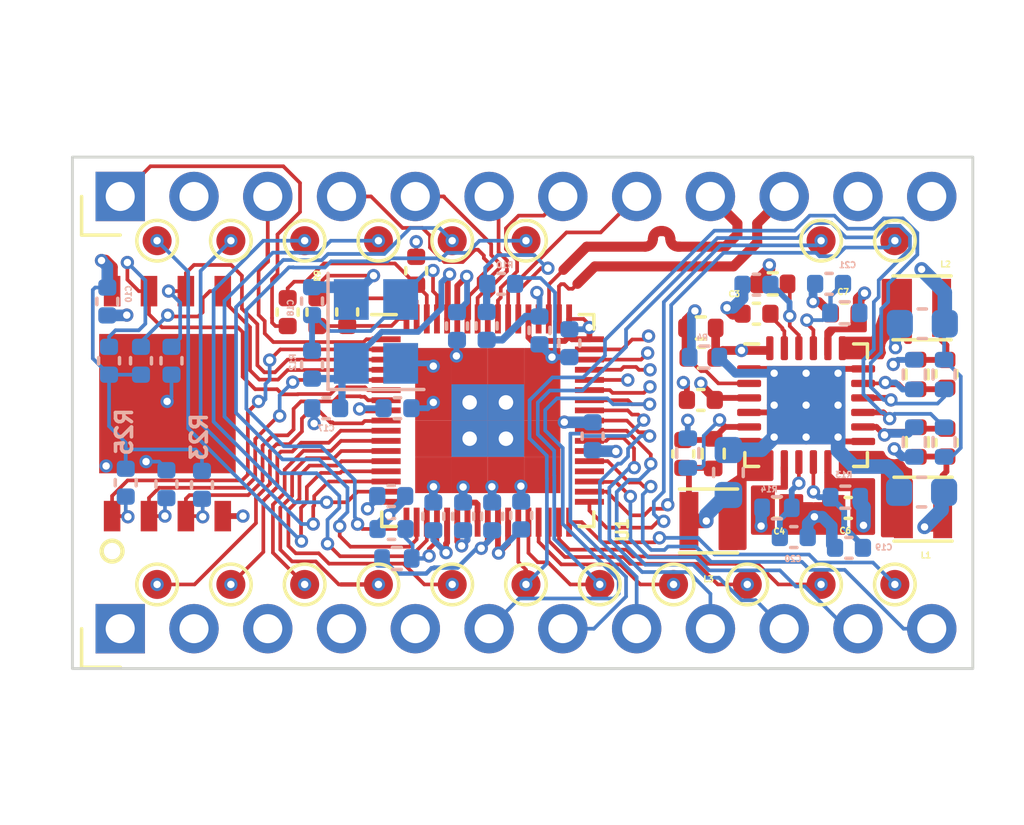
<source format=kicad_pcb>
(kicad_pcb (version 20211014) (generator pcbnew)
  (layers (0 "F.Cu" signal) (1 "In1.Cu" signal) (2 "In2.Cu" signal) (31 "B.Cu" signal) (34 "B.Paste" user) (35 "F.Paste" user) (36 "B.SilkS" user "B.Silkscreen") (37 "F.SilkS" user "F.Silkscreen") (38 "B.Mask" user) (39 "F.Mask" user) (44 "Edge.Cuts" user))
  (net 0 "")
  (net 2 "/i2c0_sda")
  (net 3 "/i2c0_scl")
  (net 4 "GND")
  (net 5 "+1V0")
  (net 6 "Net-(C1-Pad2)")
  (net 7 "Net-(C2-Pad2)")
  (net 8 "+3V3")
  (net 9 "Net-(C3-Pad1)")
  (net 10 "+1V8")
  (net 11 "Net-(C8-Pad2)")
  (net 12 "VCC")
  (net 13 "Net-(C9-Pad2)")
  (net 14 "Net-(C11-Pad1)")
  (net 15 "Net-(C11-Pad2)")
  (net 16 "Net-(C12-Pad2)")
  (net 17 "/flash_cs")
  (net 18 "/flash_wpz")
  (net 19 "/flash_hld")
  (net 20 "/flash_clk")
  (net 21 "/flash_miso")
  (net 22 "/flash_mosi")
  (net 23 "/uart_rx")
  (net 24 "/uart_tx")
  (net 25 "/sar_gpio0")
  (net 26 "/sar_gpio1")
  (net 27 "/sar_gpio2")
  (net 28 "/ttl20")
  (net 29 "/ttl21")
  (net 30 "/ttl14")
  (net 31 "/ttl15")
  (net 32 "/ttl16")
  (net 33 "/ttl17")
  (net 34 "/ttl18")
  (net 35 "/ttl19")
  (net 36 "/ttl8")
  (net 37 "/ttl11")
  (net 38 "/ttl12")
  (net 39 "/ttl13")
  (net 40 "Net-(C13-Pad1)")
  (net 41 "Net-(C16-Pad1)")
  (net 42 "Net-(C19-Pad1)")
  (net 43 "Net-(C20-Pad1)")
  (net 44 "Net-(C21-Pad1)")
  (net 45 "Net-(C23-Pad1)")
  (net 46 "Net-(L1-Pad2)")
  (net 47 "Net-(L2-Pad1)")
  (net 48 "Net-(L3-Pad1)")
  (net 49 "Net-(TP7-Pad1)")
  (net 50 "Net-(TP2-Pad1)")
  (net 51 "Net-(TP3-Pad1)")
  (net 52 "Net-(TP4-Pad1)")
  (net 53 "Net-(TP6-Pad1)")
  (net 54 "Net-(TP8-Pad1)")
  (net 55 "Net-(TP9-Pad1)")
  (net 56 "Net-(TP10-Pad1)")
  (net 57 "Net-(TP11-Pad1)")
  (net 58 "Net-(TP12-Pad1)")
  (net 59 "/lineout")
  (net 60 "Net-(TP13-Pad1)")
  (net 61 "Net-(TP14-Pad1)")
  (net 62 "Net-(TP15-Pad1)")
  (net 63 "/xtal_out")
  (net 64 "/xtal_in")
  (net 65 "Net-(TP16-Pad1)")
  (net 66 "Net-(TP17-Pad1)")
  (net 67 "Net-(TP18-Pad1)")
  (net 68 "VBUS")
  (net 69 "Net-(TP19-Pad1)")
  (net 70 "/usb-")
  (net 71 "/usb+")
  (footprint "Capacitor_SMD:C_0402_1005Metric" (layer "F.Cu") (at 141 87.65 90)
    (fp_text reference "C13" hide)
    (fp_text value "C")
  )
  (footprint "TestPoint:TestPoint_Pad_D1.0mm" (layer "F.Cu") (at 139.7 98.456)
    (fp_text reference "TP16" hide)
    (fp_text value "TestPoint")
  )
  (footprint "Resistor_SMD:R_0402_1005Metric" (layer "F.Cu") (at 153.275 88.1)
    (fp_text reference "R17" hide)
    (fp_text value "R")
  )
  (footprint "TestPoint:TestPoint_Pad_D1.0mm" (layer "F.Cu") (at 142.24 86.614)
    (fp_text reference "TP19" hide)
    (fp_text value "TestPoint")
  )
  (footprint "TestPoint:TestPoint_Pad_D1.0mm" (layer "F.Cu") (at 139.7 86.614)
    (fp_text reference "TP14" hide)
    (fp_text value "TestPoint")
  )
  (footprint "Capacitor_SMD:C_0402_1005Metric" (layer "F.Cu") (at 138.625 89.07 -90)
    (fp_text reference "C11" hide)
    (fp_text value "C")
  )
  (footprint "Resistor_SMD:R_0402_1005Metric" (layer "F.Cu") (at 150.8 89.62 180)
    (fp_text reference "R3" hide)
    (fp_text value "R")
  )
  (footprint "TestPoint:TestPoint_Pad_D1.0mm" (layer "F.Cu") (at 134.62 98.456)
    (fp_text reference "TP15" hide)
    (fp_text value "TestPoint")
  )
  (footprint "Resistor_SMD:R_0402_1005Metric" (layer "F.Cu") (at 151.225 93.95 90)
    (fp_text reference "R7" hide)
    (fp_text value "R")
  )
  (footprint "Capacitor_SMD:C_0402_1005Metric" (layer "F.Cu") (at 136.575 89.075 -90)
    (fp_text reference "R11" hide)
    (fp_text value "R")
  )
  (footprint "Resistor_SMD:R_0402_1005Metric" (layer "F.Cu") (at 158.245 91.22 -90)
    (fp_text reference "R5" hide)
    (fp_text value "R")
  )
  (footprint "Package_DFN_QFN:QFN-24-1EP_4x4mm_P0.5mm_EP2.7x2.7mm_ThermalVias" (layer "F.Cu") (at 154.425 92.28)
    (fp_text reference "U2" hide)
    (fp_text value "ea3056")
  )
  (footprint "TestPoint:TestPoint_Pad_D1.0mm" (layer "F.Cu") (at 144.78 86.614)
    (fp_text reference "TP13" hide)
    (fp_text value "TestPoint")
  )
  (footprint "TestPoint:TestPoint_Pad_D1.0mm" (layer "F.Cu") (at 152.4 98.456)
    (fp_text reference "TP6" hide)
    (fp_text value "TestPoint")
  )
  (footprint "Inductor_SMD:L_Taiyo-Yuden_MD-2020" (layer "F.Cu") (at 158.415 88.9272)
    (fp_text reference "L2")
    (fp_text value "L")
  )
  (footprint "Connector_PinHeader_2.54mm:PinHeader_1x12_P2.54mm_Vertical" (layer "F.Cu") (at 130.81 99.98 90)
    (fp_text reference "J2" hide)
    (fp_text value "Conn_01x12_Male")
  )
  (footprint "TestPoint:TestPoint_Pad_D1.0mm" (layer "F.Cu") (at 157.48 98.456)
    (fp_text reference "TP7" hide)
    (fp_text value "TestPoint")
  )
  (footprint "TestPoint:TestPoint_Pad_D1.0mm" (layer "F.Cu") (at 132.08 98.456)
    (fp_text reference "TP9" hide)
    (fp_text value "TestPoint")
  )
  (footprint "TestPoint:TestPoint_Pad_D1.0mm" (layer "F.Cu") (at 137.16 86.614)
    (fp_text reference "TP18" hide)
    (fp_text value "TestPoint")
  )
  (footprint "Capacitor_SMD:C_0402_1005Metric" (layer "F.Cu") (at 150.195 93.96 90)
    (fp_text reference "C9" hide)
    (fp_text value "C")
  )
  (footprint "Capacitor_SMD:C_0402_1005Metric" (layer "F.Cu") (at 150.825 90.645 180)
    (fp_text reference "C2" hide)
    (fp_text value "C")
  )
  (footprint "TestPoint:TestPoint_Pad_D1.0mm" (layer "F.Cu") (at 142.24 98.456)
    (fp_text reference "TP11" hide)
    (fp_text value "TestPoint")
  )
  (footprint "Capacitor_SMD:C_0402_1005Metric" (layer "F.Cu") (at 159.255 93.57 90)
    (fp_text reference "C1" hide)
    (fp_text value "C")
  )
  (footprint "TestPoint:TestPoint_Pad_D1.0mm" (layer "F.Cu") (at 147.32 98.456)
    (fp_text reference "TP1" hide)
    (fp_text value "TestPoint")
  )
  (footprint "Capacitor_SMD:C_0402_1005Metric" (layer "F.Cu") (at 159.255 91.2 -90)
    (fp_text reference "C8" hide)
    (fp_text value "C")
  )
  (footprint "Inductor_SMD:L_Taiyo-Yuden_MD-2020" (layer "F.Cu") (at 151.065 96.27 180)
    (fp_text reference "L3")
    (fp_text value "L")
  )
  (footprint "Capacitor_SMD:C_0402_1005Metric" (layer "F.Cu") (at 137.6 89.075 90)
    (fp_text reference "R9")
    (fp_text value "R")
  )
  (footprint "Resistor_SMD:R_0402_1005Metric" (layer "F.Cu") (at 158.255 93.55 90)
    (fp_text reference "R1" hide)
    (fp_text value "R")
  )
  (footprint "TestPoint:TestPoint_Pad_D1.0mm" (layer "F.Cu") (at 157.48 86.614)
    (fp_text reference "TP8" hide)
    (fp_text value "TestPoint")
  )
  (footprint "Capacitor_SMD:C_0402_1005Metric" (layer "F.Cu") (at 153.4208 95.815)
    (fp_text reference "C4")
    (fp_text value "C")
  )
  (footprint "Capacitor_SMD:C_0402_1005Metric" (layer "F.Cu") (at 155.875 95.82 180)
    (fp_text reference "C6")
    (fp_text value "C")
  )
  (footprint "TestPoint:TestPoint_Pad_D1.0mm" (layer "F.Cu") (at 137.16 98.456)
    (fp_text reference "TP10" hide)
    (fp_text value "TestPoint")
  )
  (footprint "wson8-8x6mm:wson8-8x6mm" (layer "F.Cu") (at 132.4356 92.2274 90)
    (fp_text reference "U3" hide)
    (fp_text value "spinor" hide)
  )
  (footprint "TestPoint:TestPoint_Pad_D1.0mm" (layer "F.Cu") (at 132.08 86.614)
    (fp_text reference "TP17" hide)
    (fp_text value "TestPoint")
  )
  (footprint "TestPoint:TestPoint_Pad_D1.0mm" (layer "F.Cu") (at 149.86 98.456)
    (fp_text reference "TP2" hide)
    (fp_text value "TestPoint")
  )
  (footprint "Capacitor_SMD:C_0402_1005Metric" (layer "F.Cu") (at 150.8 92.1 180)
    (fp_text reference "C5" hide)
    (fp_text value "C")
  )
  (footprint "TestPoint:TestPoint_Pad_D1.0mm" (layer "F.Cu") (at 134.62 86.614)
    (fp_text reference "TP12" hide)
    (fp_text value "TestPoint")
  )
  (footprint "Capacitor_SMD:C_0402_1005Metric" (layer "F.Cu") (at 152.715 89.13 180)
    (fp_text reference "C3")
    (fp_text value "C")
  )
  (footprint "qfn68_35mm:QFN-68_EP_7x7_Pitch0.35mm" (layer "F.Cu") (at 143.465 92.81)
    (fp_text reference "U1")
    (fp_text value "SSD210")
  )
  (footprint "TestPoint:TestPoint_Pad_D1.0mm" (layer "F.Cu") (at 154.94 98.456)
    (fp_text reference "TP3" hide)
    (fp_text value "TestPoint")
  )
  (footprint "TestPoint:TestPoint_Pad_D1.0mm" (layer "F.Cu") (at 144.78 98.456)
    (fp_text reference "TP5" hide)
    (fp_text value "TestPoint")
  )
  (footprint "Inductor_SMD:L_Taiyo-Yuden_MD-2020" (layer "F.Cu") (at 158.45 95.863251 180)
    (fp_text reference "L1")
    (fp_text value "L")
  )
  (footprint "TestPoint:TestPoint_Pad_D1.0mm" (layer "F.Cu") (at 154.94 86.614)
    (fp_text reference "TP4" hide)
    (fp_text value "TestPoint")
  )
  (footprint "Connector_PinHeader_2.54mm:PinHeader_1x12_P2.54mm_Vertical" (layer "F.Cu") (at 130.81 85.09 90)
    (fp_text reference "J1" hide)
    (fp_text value "Conn_01x12_Male")
  )
  (footprint "Capacitor_SMD:C_0402_1005Metric" (layer "F.Cu") (at 155.755 89.12 180)
    (fp_text reference "C7")
    (fp_text value "C")
  )
  (footprint "Capacitor_SMD:C_0402_1005Metric" (layer "B.Cu") (at 142.405 89.555 -90)
    (fp_text reference "C29" hide)
    (fp_text value "C")
  )
  (footprint "Resistor_SMD:R_0402_1005Metric" (layer "B.Cu") (at 159.175 91.225 -90)
    (fp_text reference "R19" hide)
    (fp_text value "R")
  )
  (footprint "Capacitor_SMD:C_0402_1005Metric" (layer "B.Cu") (at 130.425 90.75 -90)
    (fp_text reference "R22" hide)
    (fp_text value "R")
  )
  (footprint "Capacitor_SMD:C_0402_1005Metric" (layer "B.Cu") (at 152.7158 88.13 180)
    (fp_text reference "C23" hide)
    (fp_text value "C")
  )
  (footprint "Capacitor_SMD:C_0402_1005Metric" (layer "B.Cu") (at 147.075 93.35 90)
    (fp_text reference "C30" hide)
    (fp_text value "C")
  )
  (footprint "Resistor_SMD:R_0402_1005Metric" (layer "B.Cu") (at 150.35 93.9292 90)
    (fp_text reference "R8" hide)
    (fp_text value "R")
  )
  (footprint "Resistor_SMD:R_0402_1005Metric" (layer "B.Cu") (at 158.15 93.55 -90)
    (fp_text reference "R2" hide)
    (fp_text value "R")
  )
  (footprint "Capacitor_SMD:C_0402_1005Metric" (layer "B.Cu") (at 132.575 90.75 -90)
    (fp_text reference "R20" hide)
    (fp_text value "R")
  )
  (footprint "Capacitor_SMD:C_0603_1608Metric" (layer "B.Cu") (at 158.4 95.275 180)
    (fp_text reference "C31" hide)
    (fp_text value "C")
  )
  (footprint "Capacitor_SMD:C_0402_1005Metric" (layer "B.Cu") (at 131 94.95 -90)
    (fp_text reference "R25")
    (fp_text value "R")
  )
  (footprint "Capacitor_SMD:C_0402_1005Metric" (layer "B.Cu") (at 140.14 95.41)
    (fp_text reference "C26" hide)
    (fp_text value "C")
  )
  (footprint "Capacitor_SMD:C_0402_1005Metric" (layer "B.Cu") (at 142.615 96.11 90)
    (fp_text reference "C24" hide)
    (fp_text value "C")
  )
  (footprint "Capacitor_SMD:C_0402_1005Metric" (layer "B.Cu") (at 140.15 96.545 180)
    (fp_text reference "C16" hide)
    (fp_text value "C")
  )
  (footprint "Capacitor_SMD:C_0402_1005Metric" (layer "B.Cu") (at 143.425 89.55 90)
    (fp_text reference "C12" hide)
    (fp_text value "C")
  )
  (footprint "Capacitor_SMD:C_0402_1005Metric" (layer "B.Cu") (at 146.275 90.145 -90)
    (fp_text reference "C27" hide)
    (fp_text value "C")
  )
  (footprint "Resistor_SMD:R_0402_1005Metric" (layer "B.Cu") (at 155.755 89.1 180)
    (fp_text reference "R15" hide)
    (fp_text value "R")
  )
  (footprint "Resistor_SMD:R_0402_1005Metric" (layer "B.Cu") (at 153.42 95.815)
    (fp_text reference "R14")
    (fp_text value "R")
  )
  (footprint "Capacitor_SMD:C_0402_1005Metric" (layer "B.Cu") (at 137.9 92.385 180)
    (fp_text reference "C17")
    (fp_text value "C")
  )
  (footprint "Capacitor_SMD:C_0402_1005Metric" (layer "B.Cu") (at 145.245 89.705 -90)
    (fp_text reference "C15" hide)
    (fp_text value "C")
  )
  (footprint "Capacitor_SMD:C_0402_1005Metric" (layer "B.Cu") (at 154 96.825)
    (fp_text reference "C20")
    (fp_text value "C")
  )
  (footprint "Capacitor_SMD:C_0402_1005Metric" (layer "B.Cu") (at 132.4 95 90)
    (fp_text reference "R21" hide)
    (fp_text value "R")
  )
  (footprint "Resistor_SMD:R_0402_1005Metric" (layer "B.Cu") (at 159.175 93.55 90)
    (fp_text reference "R18" hide)
    (fp_text value "R")
  )
  (footprint "Capacitor_SMD:C_0402_1005Metric" (layer "B.Cu") (at 137.415 90.885 90)
    (fp_text reference "R12")
    (fp_text value "R")
  )
  (footprint "Capacitor_SMD:C_0402_1005Metric" (layer "B.Cu") (at 131.525 90.75 90)
    (fp_text reference "R24" hide)
    (fp_text value "R")
  )
  (footprint "Resistor_SMD:R_0402_1005Metric" (layer "B.Cu") (at 158.15 91.225 90)
    (fp_text reference "R6" hide)
    (fp_text value "R")
  )
  (footprint "Capacitor_SMD:C_0402_1005Metric" (layer "B.Cu") (at 155.9 97.195 180)
    (fp_text reference "C19")
    (fp_text value "C")
  )
  (footprint "Capacitor_SMD:C_0603_1608Metric" (layer "B.Cu") (at 151.75 94.6 90)
    (fp_text reference "C32" hide)
    (fp_text value "C")
  )
  (footprint "Capacitor_SMD:C_0402_1005Metric" (layer "B.Cu") (at 143.925 88.1)
    (fp_text reference "R10")
    (fp_text value "R")
  )
  (footprint "Crystal:Crystal_SMD_Abracon_ABM8G-4Pin_3.2x2.5mm" (layer "B.Cu") (at 139.615 89.74 90)
    (fp_text reference "Y1" hide)
    (fp_text value "Crystal_GND24")
  )
  (footprint "Resistor_SMD:R_0402_1005Metric" (layer "B.Cu") (at 150.925 90.625)
    (fp_text reference "R4")
    (fp_text value "R")
  )
  (footprint "Capacitor_SMD:C_0402_1005Metric" (layer "B.Cu") (at 141.59 96.11 90)
    (fp_text reference "C14" hide)
    (fp_text value "C")
  )
  (footprint "Capacitor_SMD:C_0402_1005Metric" (layer "B.Cu") (at 144.615 96.08 90)
    (fp_text reference "C22" hide)
    (fp_text value "C")
  )
  (footprint "Capacitor_SMD:C_0402_1005Metric" (layer "B.Cu") (at 133.625 95.025 -90)
    (fp_text reference "R23")
    (fp_text value "R")
  )
  (footprint "Capacitor_SMD:C_0603_1608Metric" (layer "B.Cu") (at 158.425 89.475 180)
    (fp_text reference "C33" hide)
    (fp_text value "C")
  )
  (footprint "Resistor_SMD:R_0402_1005Metric" (layer "B.Cu") (at 155.775 95.45 180)
    (fp_text reference "R13")
    (fp_text value "R")
  )
  (footprint "Capacitor_SMD:C_0402_1005Metric" (layer "B.Cu") (at 143.615 96.11 90)
    (fp_text reference "C25" hide)
    (fp_text value "C")
  )
  (footprint "Capacitor_SMD:C_0402_1005Metric" (layer "B.Cu") (at 155.215 88.1 180)
    (fp_text reference "C21")
    (fp_text value "C")
  )
  (footprint "Capacitor_SMD:C_0402_1005Metric" (layer "B.Cu") (at 140.355 92.385)
    (fp_text reference "C28" hide)
    (fp_text value "C")
  )
  (footprint "Capacitor_SMD:C_0402_1005Metric" (layer "B.Cu") (at 130.3656 88.7074 -90)
    (fp_text reference "C10")
    (fp_text value "C")
  )
  (footprint "Capacitor_SMD:C_0402_1005Metric" (layer "B.Cu") (at 137.414 88.6968 90)
    (fp_text reference "C18")
    (fp_text value "C")
  )
  (footprint "Resistor_SMD:R_0402_1005Metric" (layer "B.Cu") (at 140.335 97.56)
    (fp_text reference "R16" hide)
    (fp_text value "R")
  )
  (gr_rect (start 160.164 83.734) (end 129.164 101.353) (layer "Edge.Cuts") (width 0.1) (fill none))
  (segment (start 145.542 97.694) (end 146.304 98.456) (width 0.127) (layer "F.Cu") (net 2))
  (segment (start 145.1864 97.694) (end 145.542 97.694) (width 0.127) (layer "F.Cu") (net 2))
  (segment (start 144.865 97.3726) (end 145.1864 97.694) (width 0.127) (layer "F.Cu") (net 2))
  (segment (start 146.304 98.456) (end 147.32 98.456) (width 0.127) (layer "F.Cu") (net 2))
  (segment (start 157.300192 92.7445) (end 157.085692 92.53) (width 0.2) (layer "F.Cu") (net 2))
  (segment (start 157.085692 92.53) (end 156.3875 92.53) (width 0.2) (layer "F.Cu") (net 2))
  (segment (start 144.865 96.31) (end 144.865 97.3726) (width 0.127) (layer "F.Cu") (net 2))
  (via (at 157.300192 92.7445) (size 0.458) (drill 0.254) (layers "F.Cu" "B.Cu") (net 2))
  (via (at 147.32 98.456) (size 0.458) (drill 0.254) (layers "F.Cu" "B.Cu") (net 2))
  (segment (start 156.8 86.5) (end 155.790669 86.5) (width 0.127) (layer "B.Cu") (net 2))
  (segment (start 157.300192 92.7445) (end 157.464712 92.57998) (width 0.127) (layer "B.Cu") (net 2))
  (segment (start 158.71498 92.57998) (end 159.175 93.04) (width 0.127) (layer "B.Cu") (net 2))
  (segment (start 156.925 88.55646) (end 156.925 87.975) (width 0.127) (layer "B.Cu") (net 2))
  (segment (start 155.294189 86.00352) (end 154.655012 86.00352) (width 0.127) (layer "B.Cu") (net 2))
  (segment (start 145.187447 92.187553) (end 145.187447 93.287447) (width 0.127) (layer "B.Cu") (net 2))
  (segment (start 148.225 90.275) (end 146.725 91.775) (width 0.127) (layer "B.Cu") (net 2))
  (segment (start 151.371989 86.52148) (end 148.225 89.668468) (width 0.127) (layer "B.Cu") (net 2))
  (segment (start 157.2 86.1) (end 156.8 86.5) (width 0.127) (layer "B.Cu") (net 2))
  (segment (start 154.137052 86.52148) (end 151.371989 86.52148) (width 0.127) (layer "B.Cu") (net 2))
  (segment (start 156.75646 88.725) (end 156.925 88.55646) (width 0.127) (layer "B.Cu") (net 2))
  (segment (start 145.6 91.775) (end 145.187447 92.187553) (width 0.127) (layer "B.Cu") (net 2))
  (segment (start 157.65 86.1) (end 157.2 86.1) (width 0.127) (layer "B.Cu") (net 2))
  (segment (start 157.097196 92.541504) (end 157.032972 92.541504) (width 0.127) (layer "B.Cu") (net 2))
  (segment (start 156.925 87.975) (end 158 86.9) (width 0.127) (layer "B.Cu") (net 2))
  (segment (start 145.187447 93.287447) (end 145.75 93.85) (width 0.127) (layer "B.Cu") (net 2))
  (segment (start 156.75646 90.360009) (end 156.75646 88.725) (width 0.127) (layer "B.Cu") (net 2))
  (segment (start 157.032972 92.541504) (end 156.39648 91.905012) (width 0.127) (layer "B.Cu") (net 2))
  (segment (start 145.75 93.85) (end 145.75 94.699999) (width 0.127) (layer "B.Cu") (net 2))
  (segment (start 156.39648 90.719989) (end 156.75646 90.360009) (width 0.127) (layer "B.Cu") (net 2))
  (segment (start 157.464712 92.57998) (end 158.71498 92.57998) (width 0.127) (layer "B.Cu") (net 2))
  (segment (start 145.75 94.699999) (end 145.75352 94.70352) (width 0.127) (layer "B.Cu") (net 2))
  (segment (start 154.655012 86.00352) (end 154.137052 86.52148) (width 0.127) (layer "B.Cu") (net 2))
  (segment (start 157.300192 92.7445) (end 157.097196 92.541504) (width 0.127) (layer "B.Cu") (net 2))
  (segment (start 145.75352 94.70352) (end 145.75352 96.88952) (width 0.127) (layer "B.Cu") (net 2))
  (segment (start 158 86.9) (end 158 86.45) (width 0.127) (layer "B.Cu") (net 2))
  (segment (start 156.39648 91.905012) (end 156.39648 90.719989) (width 0.127) (layer "B.Cu") (net 2))
  (segment (start 158 86.45) (end 157.65 86.1) (width 0.127) (layer "B.Cu") (net 2))
  (segment (start 155.790669 86.5) (end 155.294189 86.00352) (width 0.127) (layer "B.Cu") (net 2))
  (segment (start 148.225 89.668468) (end 148.225 90.275) (width 0.127) (layer "B.Cu") (net 2))
  (segment (start 145.75352 96.88952) (end 147.32 98.456) (width 0.127) (layer "B.Cu") (net 2))
  (segment (start 146.725 91.775) (end 145.6 91.775) (width 0.127) (layer "B.Cu") (net 2))
  (segment (start 145.034 98.456) (end 145.034 98.1512) (width 0.127) (layer "F.Cu") (net 3))
  (segment (start 144.515 97.683) (end 144.78 97.948) (width 0.127) (layer "F.Cu") (net 3))
  (segment (start 157.275 92.03) (end 156.3875 92.03) (width 0.2) (layer "F.Cu") (net 3))
  (segment (start 157.345 92.1) (end 157.275 92.03) (width 0.2) (layer "F.Cu") (net 3))
  (segment (start 144.78 98.456) (end 145.034 98.129) (width 0.15) (layer "F.Cu") (net 3))
  (segment (start 144.78 97.948) (end 144.78 98.456) (width 0.127) (layer "F.Cu") (net 3))
  (segment (start 144.515 96.31) (end 144.515 97.683) (width 0.127) (layer "F.Cu") (net 3))
  (segment (start 145.034 98.456) (end 144.78 98.456) (width 0.15) (layer "F.Cu") (net 3))
  (via (at 157.345 92.1) (size 0.458) (drill 0.254) (layers "F.Cu" "B.Cu") (net 3))
  (via (at 144.78 98.456) (size 0.458) (drill 0.254) (layers "F.Cu" "B.Cu") (net 3))
  (segment (start 145.49648 94.805011) (end 145.5 94.808531) (width 0.127) (layer "B.Cu") (net 3))
  (segment (start 156.65 91.65) (end 156.65 90.825) (width 0.127) (layer "B.Cu") (net 3))
  (segment (start 147.5 90.034937) (end 147.5 90.575) (width 0.127) (layer "B.Cu") (net 3))
  (segment (start 157.47 92.225) (end 157.345 92.1) (width 0.127) (layer "B.Cu") (net 3))
  (segment (start 145.5 97.736) (end 144.78 98.456) (width 0.127) (layer "B.Cu") (net 3))
  (segment (start 157.25 88.725) (end 157.25 88.099999) (width 0.127) (layer "B.Cu") (net 3))
  (segment (start 155.399201 85.75) (end 154.55 85.75) (width 0.127) (layer "B.Cu") (net 3))
  (segment (start 158.95 92.225) (end 157.47 92.225) (width 0.127) (layer "B.Cu") (net 3))
  (segment (start 155.849201 86.2) (end 155.399201 85.75) (width 0.127) (layer "B.Cu") (net 3))
  (segment (start 145.691468 91.325) (end 144.905011 92.111457) (width 0.127) (layer "B.Cu") (net 3))
  (segment (start 157.00998 88.96502) (end 157.25 88.725) (width 0.127) (layer "B.Cu") (net 3))
  (segment (start 159.175 92) (end 158.95 92.225) (width 0.127) (layer "B.Cu") (net 3))
  (segment (start 147.5 90.575) (end 146.75 91.325) (width 0.127) (layer "B.Cu") (net 3))
  (segment (start 156.741468 86.2) (end 155.849201 86.2) (width 0.127) (layer "B.Cu") (net 3))
  (segment (start 144.905011 93.430011) (end 145.49648 94.02148) (width 0.127) (layer "B.Cu") (net 3))
  (segment (start 154.03204 86.26796) (end 151.266977 86.26796) (width 0.127) (layer "B.Cu") (net 3))
  (segment (start 157.25 88.099999) (end 158.25352 87.096479) (width 0.127) (layer "B.Cu") (net 3))
  (segment (start 158.25352 86.344989) (end 157.755011 85.84648) (width 0.127) (layer "B.Cu") (net 3))
  (segment (start 157.345 92.1) (end 157.1 92.1) (width 0.127) (layer "B.Cu") (net 3))
  (segment (start 146.75 91.325) (end 145.691468 91.325) (width 0.127) (layer "B.Cu") (net 3))
  (segment (start 157.094988 85.84648) (end 156.741468 86.2) (width 0.127) (layer "B.Cu") (net 3))
  (segment (start 159.175 91.735) (end 159.175 92) (width 0.127) (layer "B.Cu") (net 3))
  (segment (start 157.1 92.1) (end 156.65 91.65) (width 0.127) (layer "B.Cu") (net 3))
  (segment (start 157.755011 85.84648) (end 157.094988 85.84648) (width 0.127) (layer "B.Cu") (net 3))
  (segment (start 144.905011 92.111457) (end 144.905011 93.430011) (width 0.127) (layer "B.Cu") (net 3))
  (segment (start 151.266977 86.26796) (end 147.5 90.034937) (width 0.127) (layer "B.Cu") (net 3))
  (segment (start 145.5 94.808531) (end 145.5 97.736) (width 0.127) (layer "B.Cu") (net 3))
  (segment (start 158.25352 87.096479) (end 158.25352 86.344989) (width 0.127) (layer "B.Cu") (net 3))
  (segment (start 156.65 90.825) (end 157.00998 90.46502) (width 0.127) (layer "B.Cu") (net 3))
  (segment (start 145.49648 94.02148) (end 145.49648 94.805011) (width 0.127) (layer "B.Cu") (net 3))
  (segment (start 157.00998 90.46502) (end 157.00998 88.96502) (width 0.127) (layer "B.Cu") (net 3))
  (segment (start 154.55 85.75) (end 154.03204 86.26796) (width 0.127) (layer "B.Cu") (net 3))
  (segment (start 156.3875 93.53) (end 155.675 93.53) (width 0.2) (layer "F.Cu") (net 4))
  (segment (start 150.2 91.5) (end 150.32 91.62) (width 0.2) (layer "F.Cu") (net 4))
  (segment (start 155.015 95.82) (end 154.71 96.125) (width 0.3) (layer "F.Cu") (net 4))
  (segment (start 153.9008 95.815) (end 154.4 95.815) (width 0.3) (layer "F.Cu") (net 4))
  (segment (start 152.4625 91.03) (end 153.175 91.03) (width 0.2) (layer "F.Cu") (net 4))
  (segment (start 153.175 91.03) (end 153.325 91.18) (width 0.2) (layer "F.Cu") (net 4))
  (segment (start 151.905 89.13) (end 152.235 89.13) (width 0.4) (layer "F.Cu") (net 4))
  (segment (start 154.175 92.53) (end 154.425 92.28) (width 0.2) (layer "F.Cu") (net 4))
  (segment (start 150.32 91.62) (end 150.32 92.07) (width 0.2) (layer "F.Cu") (net 4))
  (segment (start 155.275 89.12) (end 154.865631 88.710631) (width 0.3) (layer "F.Cu") (net 4))
  (segment (start 134.342 96.101) (end 134.3406 96.1024) (width 0.2) (layer "F.Cu") (net 4))
  (segment (start 139.531057 87.818084) (end 137.931916 87.818084) (width 0.127) (layer "F.Cu") (net 4))
  (segment (start 153.175 93.53) (end 153.325 93.38) (width 0.2) (layer "F.Cu") (net 4))
  (segment (start 155.395 95.82) (end 155.015 95.82) (width 0.3) (layer "F.Cu") (net 4))
  (segment (start 135.036 96.101) (end 134.342 96.101) (width 0.2) (layer "F.Cu") (net 4))
  (segment (start 156.3875 91.03) (end 155.675 91.03) (width 0.2) (layer "F.Cu") (net 4))
  (segment (start 137.931916 87.818084) (end 137.6 88.15) (width 0.127) (layer "F.Cu") (net 4))
  (segment (start 141 87.17) (end 141 86.65) (width 0.127) (layer "F.Cu") (net 4))
  (segment (start 137.6 88.15) (end 137.6 88.595) (width 0.127) (layer "F.Cu") (net 4))
  (segment (start 154.865631 88.710631) (end 154.664103 88.710631) (width 0.3) (layer "F.Cu") (net 4))
  (segment (start 154.4 95.815) (end 154.71 96.125) (width 0.3) (layer "F.Cu") (net 4))
  (segment (start 155.675 91.03) (end 155.525 91.18) (width 0.2) (layer "F.Cu") (net 4))
  (segment (start 152.4625 93.53) (end 153.175 93.53) (width 0.2) (layer "F.Cu") (net 4))
  (segment (start 155.675 93.53) (end 155.525 93.38) (width 0.2) (layer "F.Cu") (net 4))
  (segment (start 152.4625 92.53) (end 154.175 92.53) (width 0.2) (layer "F.Cu") (net 4))
  (segment (start 151.7 88.925) (end 151.905 89.13) (width 0.4) (layer "F.Cu") (net 4))
  (via (at 144.605 95.07) (size 0.458) (drill 0.254) (layers "F.Cu" "B.Cu") (net 4))
  (via (at 135.036 96.101) (size 0.458) (drill 0.254) (layers "F.Cu" "B.Cu") (net 4))
  (via (at 142.615 95.1) (size 0.458) (drill 0.254) (layers "F.Cu" "B.Cu") (net 4))
  (via (at 145.675 90.625) (size 0.458) (drill 0.254) (layers "F.Cu" "B.Cu") (net 4))
  (via (at 141.59 90.935) (size 0.458) (drill 0.254) (layers "F.Cu" "B.Cu") (net 4))
  (via (at 146.1 92.863913) (size 0.458) (drill 0.254) (layers "F.Cu" "B.Cu") (net 4))
  (via (at 151.7 88.925) (size 0.458) (drill 0.254) (layers "F.Cu" "B.Cu") (net 4))
  (via (at 150.2 91.5) (size 0.458) (drill 0.254) (layers "F.Cu" "B.Cu") (net 4))
  (via (at 154.71 96.125) (size 0.458) (drill 0.254) (layers "F.Cu" "B.Cu") (net 4))
  (via (at 141 86.65) (size 0.458) (drill 0.254) (layers "F.Cu" "B.Cu") (net 4))
  (via (at 131.0356 89.1774) (size 0.458) (drill 0.254) (layers "F.Cu" "B.Cu") (net 4))
  (via (at 157.425 90.875) (size 0.458) (drill 0.254) (layers "F.Cu" "B.Cu") (net 4))
  (via (at 157.5 90.3) (size 0.458) (drill 0.254) (layers "F.Cu" "B.Cu") (net 4))
  (via (at 157.459958 93.7857) (size 0.458) (drill 0.254) (layers "F.Cu" "B.Cu") (net 4))
  (via (at 139.531057 87.818084) (size 0.458) (drill 0.254) (layers "F.Cu" "B.Cu") (net 4))
  (via (at 130.325 94.375) (size 0.458) (drill 0.254) (layers "F.Cu" "B.Cu") (net 4))
  (via (at 150.35 92.8) (size 0.458) (drill 0.254) (layers "F.Cu" "B.Cu") (net 4))
  (via (at 143.605 95.09) (size 0.458) (drill 0.254) (layers "F.Cu" "B.Cu") (net 4))
  (via (at 154.664103 88.710631) (size 0.458) (drill 0.254) (layers "F.Cu" "B.Cu") (net 4))
  (via (at 140.05 96.075) (size 0.458) (drill 0.254) (layers "F.Cu" "B.Cu") (net 4))
  (via (at 141.595 95.09) (size 0.458) (drill 0.254) (layers "F.Cu" "B.Cu") (net 4))
  (via (at 141.59 92.185) (size 0.458) (drill 0.254) (layers "F.Cu" "B.Cu") (net 4))
  (via (at 142.385 90.585) (size 0.458) (drill 0.254) (layers "F.Cu" "B.Cu") (net 4))
  (via (at 131.7 94.225) (size 0.458) (drill 0.254) (layers "F.Cu" "B.Cu") (net 4))
  (via (at 132.425 92.15) (size 0.458) (drill 0.254) (layers "F.Cu" "B.Cu") (net 4))
  (via (at 137.485 92.9132) (size 0.458) (drill 0.254) (layers "F.Cu" "B.Cu") (net 4))
  (segment (start 157.58 90.72) (end 158.245 90.72) (width 0.2) (layer "B.Cu") (net 4))
  (segment (start 157.54 94.93) (end 157.54 94.715) (width 0.5) (layer "B.Cu") (net 4))
  (segment (start 142.405 90.035) (end 142.385 90.055) (width 0.2) (layer "B.Cu") (net 4))
  (segment (start 151.435 90.625) (end 151.99 91.18) (width 0.3) (layer "B.Cu") (net 4))
  (segment (start 156.075 94.395) (end 155.525 93.845) (width 0.5) (layer "B.Cu") (net 4))
  (segment (start 145.255 90.205) (end 145.675 90.625) (width 0.25) (layer "B.Cu") (net 4))
  (segment (start 146.1 92.863913) (end 146.106087 92.87) (width 0.4) (layer "B.Cu") (net 4))
  (segment (start 144.535 87.9) (end 145.281696 87.9) (width 0.127) (layer "B.Cu") (net 4))
  (segment (start 140.05 96.120733) (end 139.67 96.500733) (width 0.4) (layer "B.Cu") (net 4))
  (segment (start 157.54 94.715) (end 157.22 94.395) (width 0.5) (layer "B.Cu") (net 4))
  (segment (start 132.4 94.52) (end 132.4 94.475) (width 0.127) (layer "B.Cu") (net 4))
  (segment (start 141.59 95.095) (end 141.595 95.09) (width 0.3) (layer "B.Cu") (net 4))
  (segment (start 152.89 93.815) (end 153.325 93.38) (width 0.5) (layer "B.Cu") (net 4))
  (segment (start 145.281696 87.9) (end 145.78 88.398304) (width 0.127) (layer "B.Cu") (net 4))
  (segment (start 144.335 88.1) (end 144.535 87.9) (width 0.127) (layer "B.Cu") (net 4))
  (segment (start 151.91 88.925) (end 152.2358 88.5992) (width 0.4) (layer "B.Cu") (net 4))
  (segment (start 155.30848 97.08348) (end 155.30848 96.45348) (width 0.4) (layer "B.Cu") (net 4))
  (segment (start 141.59 95.63) (end 141.59 95.095) (width 0.3) (layer "B.Cu") (net 4))
  (segment (start 139.531057 87.818084) (end 138.765 88.584141) (width 0.3) (layer "B.Cu") (net 4))
  (segment (start 154.48 96.355) (end 154.48 96.825) (width 0.4) (layer "B.Cu") (net 4))
  (segment (start 144.38 88.1) (end 144.335 88.1) (width 0.3) (layer "B.Cu") (net 4))
  (segment (start 138.765 88.584141) (end 138.765 88.64) (width 0.127) (layer "B.Cu") (net 4))
  (segment (start 155.42 97.195) (end 155.30848 97.08348) (width 0.4) (layer "B.Cu") (net 4))
  (segment (start 144.615 95.6) (end 144.615 95.08) (width 0.3) (layer "B.Cu") (net 4))
  (segment (start 155.525 93.845) (end 155.525 93.38) (width 0.5) (layer "B.Cu") (net 4))
  (segment (start 144.615 95.08) (end 144.605 95.07) (width 0.3) (layer "B.Cu") (net 4))
  (segment (start 157.49 90.29) (end 157.49 89.49) (width 0.4) (layer "B.Cu") (net 4))
  (segment (start 158.15 94.06) (end 157.734258 94.06) (width 0.3) (layer "B.Cu") (net 4))
  (segment (start 145.77498 89.388302) (end 145.77498 90.52502) (width 0.127) (layer "B.Cu") (net 4))
  (segment (start 154.98 96.125) (end 154.71 96.125) (width 0.4) (layer "B.Cu") (net 4))
  (segment (start 140.05 96.075) (end 140.05 96.120733) (width 0.4) (layer "B.Cu") (net 4))
  (segment (start 140.835 92.385) (end 141.39 92.385) (width 0.2) (layer "B.Cu") (net 4))
  (segment (start 154.664103 88.170897) (end 154.735 88.1) (width 0.3) (layer "B.Cu") (net 4))
  (segment (start 137.414 88.2168) (end 138.3418 88.2168) (width 0.4) (layer "B.Cu") (net 4))
  (segment (start 137.485 92.385) (end 137.485 92.9132) (width 0.25) (layer "B.Cu") (net 4))
  (segment (start 132.575 91.23) (end 132.575 92) (width 0.127) (layer "B.Cu") (net 4))
  (segment (start 132.15 94.225) (end 131.7 94.225) (width 0.127) (layer "B.Cu") (net 4))
  (segment (start 157.734258 94.06) (end 157.459958 93.7857) (width 0.3) (layer "B.Cu") (net 4))
  (segment (start 139.67 96.500733) (end 139.67 96.545) (width 0.127) (layer "B.Cu") (net 4))
  (segment (start 155.30848 96.45348) (end 154.98 96.125) (width 0.4) (layer "B.Cu") (net 4))
  (segment (start 140.465 90.84) (end 141.495 90.84) (width 0.2) (layer "B.Cu") (net 4))
  (segment (start 154.71 96.125) (end 154.48 96.355) (width 0.4) (layer "B.Cu") (net 4))
  (segment (start 138.3418 88.2168) (end 138.765 88.64) (width 0.4) (layer "B.Cu") (net 4))
  (segment (start 140.05 96.075) (end 140.62 95.505) (width 0.3) (layer "B.Cu") (net 4))
  (segment (start 157.22 94.395) (end 156.075 94.395) (width 0.5) (layer "B.Cu") (net 4))
  (segment (start 154.664103 88.710631) (end 154.664103 88.170897) (width 0.3) (layer "B.Cu") (net 4))
  (segment (start 130.3656 89.1874) (end 131.0256 89.1874) (width 0.4) (layer "B.Cu") (net 4))
  (segment (start 146.106087 92.87) (end 147.075 92.87) (width 0.4) (layer "B.Cu") (net 4))
  (segment (start 151.685 93.815) (end 152.89 93.815) (width 0.5) (layer "B.Cu") (net 4))
  (segment (start 143.615 95.1) (end 143.605 95.09) (width 0.3) (layer "B.Cu") (net 4))
  (segment (start 150.35 92.8) (end 150.35 93.4192) (width 0.2) (layer "B.Cu") (net 4))
  (segment (start 131.0256 89.1874) (end 131.0356 89.1774) (width 0.4) (layer "B.Cu") (net 4))
  (segment (start 157.5 90.3) (end 157.49 90.29) (width 0.4) (layer "B.Cu") (net 4))
  (segment (start 140.62 95.505) (end 140.62 95.41) (width 0.3) (layer "B.Cu") (net 4))
  (segment (start 142.385 90.055) (end 142.385 90.515) (width 0.2) (layer "B.Cu") (net 4))
  (segment (start 152.2358 88.5992) (end 152.2358 88.13) (width 0.4) (layer "B.Cu") (net 4))
  (segment (start 132.575 92) (end 132.425 92.15) (width 0.127) (layer "B.Cu") (net 4))
  (segment (start 146.275 90.625) (end 145.675 90.625) (width 0.2) (layer "B.Cu") (net 4))
  (segment (start 145.78 89.383282) (end 145.77498 89.388302) (width 0.127) (layer "B.Cu") (net 4))
  (segment (start 151.7 88.925) (end 151.91 88.925) (width 0.4) (layer "B.Cu") (net 4))
  (segment (start 157.425 90.875) (end 157.58 90.72) (width 0.2) (layer "B.Cu") (net 4))
  (segment (start 145.78 88.398304) (end 145.78 89.383282) (width 0.127) (layer "B.Cu") (net 4))
  (segment (start 151.99 91.18) (end 153.325 91.18) (width 0.3) (layer "B.Cu") (net 4))
  (segment (start 145.77498 90.52502) (end 145.675 90.625) (width 0.127) (layer "B.Cu") (net 4))
  (segment (start 132.4 94.475) (end 132.15 94.225) (width 0.127) (layer "B.Cu") (net 4))
  (segment (start 143.615 95.63) (end 143.615 95.1) (width 0.3) (layer "B.Cu") (net 4))
  (segment (start 142.615 95.63) (end 142.615 95.1) (width 0.3) (layer "B.Cu") (net 4))
  (segment (start 141.495 90.84) (end 141.59 90.935) (width 0.2) (layer "B.Cu") (net 4))
  (segment (start 141.39 92.385) (end 141.59 92.185) (width 0.2) (layer "B.Cu") (net 4))
  (segment (start 146.265 89.915) (end 146.265 89.31) (width 0.2) (layer "F.Cu") (net 5))
  (segment (start 146.955 89.605) (end 146.955 89.5002) (width 0.127) (layer "F.Cu") (net 5))
  (segment (start 159.125 96.486749) (end 159.125 95.863251) (width 0.3) (layer "F.Cu") (net 5))
  (segment (start 146.955 89.5002) (end 146.7648 89.31) (width 0.127) (layer "F.Cu") (net 5))
  (segment (start 144.865 89.31) (end 144.865 89.945) (width 0.2) (layer "F.Cu") (net 5))
  (segment (start 143.24 97.21) (end 143.465 96.985) (width 0.2) (layer "F.Cu") (net 5))
  (segment (start 143.465 96.985) (end 143.465 96.31) (width 0.2) (layer "F.Cu") (net 5))
  (segment (start 158.265 94.05) (end 158.255 94.06) (width 0.2) (layer "F.Cu") (net 5))
  (segment (start 139.0515 92.41047) (end 139.10103 92.46) (width 0.2) (layer "F.Cu") (net 5))
  (segment (start 146.7648 89.31) (end 146.265 89.31) (width 0.127) (layer "F.Cu") (net 5))
  (segment (start 159.255 94.57) (end 159.255 94.05) (width 0.2) (layer "F.Cu") (net 5))
  (segment (start 159.125 94.7) (end 159.255 94.57) (width 0.2) (layer "F.Cu") (net 5))
  (segment (start 144.9884 90.0684) (end 146.1116 90.0684) (width 0.2) (layer "F.Cu") (net 5))
  (segment (start 159.125 95.863251) (end 159.125 94.7) (width 0.2) (layer "F.Cu") (net 5))
  (segment (start 158.501502 96.486749) (end 159.125 96.486749) (width 0.3) (layer "F.Cu") (net 5))
  (segment (start 146.36 90.01) (end 146.265 89.915) (width 0.2) (layer "F.Cu") (net 5))
  (segment (start 146.1116 90.0684) (end 146.265 89.915) (width 0.2) (layer "F.Cu") (net 5))
  (segment (start 159.255 94.05) (end 158.265 94.05) (width 0.2) (layer "F.Cu") (net 5))
  (segment (start 139.10103 92.46) (end 139.965 92.46) (width 0.2) (layer "F.Cu") (net 5))
  (segment (start 146.965 90.01) (end 146.36 90.01) (width 0.2) (layer "F.Cu") (net 5))
  (segment (start 144.865 89.945) (end 144.9884 90.0684) (width 0.2) (layer "F.Cu") (net 5))
  (segment (start 146.965 89.615) (end 146.955 89.605) (width 0.2) (layer "F.Cu") (net 5))
  (segment (start 146.965 90.01) (end 146.965 89.615) (width 0.2) (layer "F.Cu") (net 5))
  (via (at 146.955 89.605) (size 0.458) (drill 0.254) (layers "F.Cu" "B.Cu") (net 5))
  (via (at 158.501502 96.475) (size 0.458) (drill 0.254) (layers "F.Cu" "B.Cu") (net 5))
  (via (at 143.24 97.21) (size 0.458) (drill 0.254) (layers "F.Cu" "B.Cu") (net 5))
  (via (at 139.0515 92.41047) (size 0.458) (drill 0.254) (layers "F.Cu" "B.Cu") (net 5))
  (segment (start 159.09 95.886502) (end 158.501502 96.475) (width 0.5) (layer "B.Cu") (net 5))
  (segment (start 146.895 89.665) (end 146.955 89.605) (width 0.2) (layer "B.Cu") (net 5))
  (segment (start 141.616449 97.875) (end 141.593997 97.897452) (width 0.15) (layer "B.Cu") (net 5))
  (segment (start 140.34652 98.08152) (end 139.825 97.56) (width 0.15) (layer "B.Cu") (net 5))
  (segment (start 159.09 95.886502) (end 159.09 95.36) (width 0.5) (layer "B.Cu") (net 5))
  (segment (start 141.593997 97.897452) (end 141.528548 97.897452) (width 0.15) (layer "B.Cu") (net 5))
  (segment (start 139.07697 92.385) (end 139.875 92.385) (width 0.2) (layer "B.Cu") (net 5))
  (segment (start 159.09 95.36) (end 159.175 95.275) (width 0.5) (layer "B.Cu") (net 5))
  (segment (start 143.09 97.21) (end 142.425 97.875) (width 0.15) (layer "B.Cu") (net 5))
  (segment (start 141.34448 98.08152) (end 140.34652 98.08152) (width 0.15) (layer "B.Cu") (net 5))
  (segment (start 142.425 97.875) (end 141.616449 97.875) (width 0.15) (layer "B.Cu") (net 5))
  (segment (start 141.528548 97.897452) (end 141.34448 98.08152) (width 0.15) (layer "B.Cu") (net 5))
  (segment (start 139.0515 92.41047) (end 139.07697 92.385) (width 0.2) (layer "B.Cu") (net 5))
  (segment (start 143.24 97.21) (end 143.09 97.21) (width 0.15) (layer "B.Cu") (net 5))
  (segment (start 146.275 89.665) (end 146.895 89.665) (width 0.2) (layer "B.Cu") (net 5))
  (segment (start 143.24 97.21) (end 143.615 96.835) (width 0.2) (layer "B.Cu") (net 5))
  (segment (start 143.615 96.835) (end 143.615 96.59) (width 0.2) (layer "B.Cu") (net 5))
  (segment (start 158.305 93.09) (end 158.255 93.04) (width 0.2) (layer "F.Cu") (net 6))
  (segment (start 159.255 93.09) (end 158.305 93.09) (width 0.2) (layer "F.Cu") (net 6))
  (segment (start 157.125 93.306309) (end 157.125 93.17) (width 0.2) (layer "F.Cu") (net 6))
  (segment (start 157.231309 93.2) (end 158.095 93.2) (width 0.2) (layer "F.Cu") (net 6))
  (segment (start 157.123708 93.307601) (end 157.231309 93.2) (width 0.2) (layer "F.Cu") (net 6))
  (segment (start 156.846107 93.03) (end 156.3875 93.03) (width 0.2) (layer "F.Cu") (net 6))
  (segment (start 158.095 93.2) (end 158.255 93.04) (width 0.2) (layer "F.Cu") (net 6))
  (segment (start 157.123708 93.307601) (end 156.846107 93.03) (width 0.2) (layer "F.Cu") (net 6))
  (via (at 157.123708 93.307601) (size 0.458) (drill 0.254) (layers "F.Cu" "B.Cu") (net 6))
  (segment (start 157.123708 93.307601) (end 157.181309 93.25) (width 0.3) (layer "B.Cu") (net 6))
  (segment (start 157.181309 93.25) (end 157.94 93.25) (width 0.3) (layer "B.Cu") (net 6))
  (segment (start 157.94 93.25) (end 158.15 93.04) (width 0.3) (layer "B.Cu") (net 6))
  (segment (start 151.405 91.53) (end 152.4625 91.53) (width 0.127) (layer "F.Cu") (net 7))
  (segment (start 150.805989 91.105989) (end 150.980989 91.105989) (width 0.127) (layer "F.Cu") (net 7))
  (segment (start 150.345 90.645) (end 150.805989 91.105989) (width 0.127) (layer "F.Cu") (net 7))
  (segment (start 150.29 89.62) (end 150.29 90.59) (width 0.3) (layer "F.Cu") (net 7))
  (segment (start 150.29 90.59) (end 150.345 90.645) (width 0.3) (layer "F.Cu") (net 7))
  (segment (start 150.980989 91.105989) (end 151.405 91.53) (width 0.127) (layer "F.Cu") (net 7))
  (segment (start 150.5966 89.0326) (end 150.29 89.3392) (width 0.3) (layer "F.Cu") (net 7))
  (segment (start 150.29 89.3392) (end 150.29 89.62) (width 0.3) (layer "F.Cu") (net 7))
  (via (at 150.5966 89.0326) (size 0.458) (drill 0.254) (layers "F.Cu" "B.Cu") (net 7))
  (segment (start 150.5966 89.0326) (end 150.475 89.1542) (width 0.3) (layer "B.Cu") (net 7))
  (segment (start 150.475 90.46) (end 150.315 90.62) (width 0.3) (layer "B.Cu") (net 7))
  (segment (start 150.475 89.1542) (end 150.475 90.46) (width 0.3) (layer "B.Cu") (net 7))
  (segment (start 131.850011 84.049989) (end 130.81 85.09) (width 0.127) (layer "F.Cu") (net 8))
  (segment (start 159.09 88.9272) (end 159.09 90.045) (width 0.2) (layer "F.Cu") (net 8))
  (segment (start 142.750232 87.831927) (end 142.738802 87.843357) (width 0.127) (layer "F.Cu") (net 8))
  (segment (start 136.225 87.75) (end 136.225 86.4) (width 0.127) (layer "F.Cu") (net 8))
  (segment (start 139.325 95.85) (end 139.565 95.61) (width 0.127) (layer "F.Cu") (net 8))
  (segment (start 130.5306 88.3524) (end 130.5256 88.3474) (width 0.4) (layer "F.Cu") (net 8))
  (segment (start 130.2956 87.2974) (end 130.1656 87.2974) (width 0.4) (layer "F.Cu") (net 8))
  (segment (start 137 85.625) (end 137 84.625) (width 0.127) (layer "F.Cu") (net 8))
  (segment (start 159.09 90.045) (end 159.255 90.21) (width 0.2) (layer "F.Cu") (net 8))
  (segment (start 136.0375 87.9375) (end 136.225 87.75) (width 0.127) (layer "F.Cu") (net 8))
  (segment (start 137 84.625) (end 136.424989 84.049989) (width 0.127) (layer "F.Cu") (net 8))
  (segment (start 142.028374 97.360996) (end 142.028374 97.049648) (width 0.2) (layer "F.Cu") (net 8))
  (segment (start 136.424989 84.049989) (end 131.850011 84.049989) (width 0.127) (layer "F.Cu") (net 8))
  (segment (start 136.0375 89.276906) (end 136.0375 87.9375) (width 0.127) (layer "F.Cu") (net 8))
  (segment (start 142.065 97.013022) (end 142.065 96.31) (width 0.2) (layer "F.Cu") (net 8))
  (segment (start 136.03908 89.43908) (end 136.03908 89.278486) (width 0.127) (layer "F.Cu") (net 8))
  (segment (start 158.4 87.6) (end 159.09 88.29) (width 0.4) (layer "F.Cu") (net 8))
  (segment (start 136.155 89.555) (end 136.03908 89.43908) (width 0.127) (layer "F.Cu") (net 8))
  (segment (start 147.875 93.875) (end 147.86 93.86) (width 0.2) (layer "F.Cu") (net 8))
  (segment (start 139.565 95.61) (end 139.965 95.61) (width 0.127) (layer "F.Cu") (net 8))
  (segment (start 136.225 86.4) (end 137 85.625) (width 0.127) (layer "F.Cu") (net 8))
  (segment (start 158.255 90.72) (end 158.245 90.71) (width 0.2) (layer "F.Cu") (net 8))
  (segment (start 159.255 90.21) (end 159.255 90.72) (width 0.2) (layer "F.Cu") (net 8))
  (segment (start 142.750975 87.831927) (end 142.415 88.167902) (width 0.2) (layer "F.Cu") (net 8))
  (segment (start 136.575 89.555) (end 136.155 89.555) (width 0.127) (layer "F.Cu") (net 8))
  (segment (start 142.028374 97.049648) (end 142.065 97.013022) (width 0.2) (layer "F.Cu") (net 8))
  (segment (start 145.215 88.459) (end 145.156 88.4) (width 0.127) (layer "F.Cu") (net 8))
  (segment (start 142.750975 87.831927) (end 142.750232 87.831927) (width 0.127) (layer "F.Cu") (net 8))
  (segment (start 130.5256 87.5274) (end 130.2956 87.2974) (width 0.4) (layer "F.Cu") (net 8))
  (segment (start 142.415 88.167902) (end 142.415 89.31) (width 0.2) (layer "F.Cu") (net 8))
  (segment (start 145.215 89.31) (end 145.215 88.459) (width 0.127) (layer "F.Cu") (net 8))
  (segment (start 159.255 90.72) (end 158.255 90.72) (width 0.2) (layer "F.Cu") (net 8))
  (segment (start 136.03908 89.278486) (end 136.0375 89.276906) (width 0.127) (layer "F.Cu") (net 8))
  (segment (start 159.09 88.29) (end 159.09 88.9272) (width 0.4) (layer "F.Cu") (net 8))
  (segment (start 130.5256 88.3474) (end 130.5256 87.5274) (width 0.4) (layer "F.Cu") (net 8))
  (segment (start 147.86 93.86) (end 146.965 93.86) (width 0.2) (layer "F.Cu") (net 8))
  (via (at 142.028374 97.360996) (size 0.458) (drill 0.254) (layers "F.Cu" "B.Cu") (net 8))
  (via (at 145.156 88.4) (size 0.458) (drill 0.254) (layers "F.Cu" "B.Cu") (net 8))
  (via (at 130.1656 87.2974) (size 0.458) (drill 0.254) (layers "F.Cu" "B.Cu") (net 8))
  (via (at 147.875 93.875) (size 0.458) (drill 0.254) (layers "F.Cu" "B.Cu") (net 8))
  (via (at 158.4 87.6) (size 0.458) (drill 0.254) (layers "F.Cu" "B.Cu") (net 8))
  (via (at 139.325 95.85) (size 0.458) (drill 0.254) (layers "F.Cu" "B.Cu") (net 8))
  (via (at 142.738802 87.843357) (size 0.458) (drill 0.254) (layers "F.Cu" "B.Cu") (net 8))
  (segment (start 145.245 89.225) (end 145.245 88.489) (width 0.2) (layer "B.Cu") (net 8))
  (segment (start 142.750975 87.79407) (end 142.750975 88.729025) (width 0.2) (layer "B.Cu") (net 8))
  (segment (start 159.2 88.4) (end 159.2 89.475) (width 0.5) (layer "B.Cu") (net 8))
  (segment (start 131 93.805989) (end 131 94.47) (width 0.127) (layer "B.Cu") (net 8))
  (segment (start 159.175 94.06) (end 159.44 94.06) (width 0.127) (layer "B.Cu") (net 8))
  (segment (start 159.44 94.06) (end 159.75 93.75) (width 0.127) (layer "B.Cu") (net 8))
  (segment (start 133.625 94.025) (end 133.405989 93.805989) (width 0.127) (layer "B.Cu") (net 8))
  (segment (start 130.425 93) (end 130.425 91.23) (width 0.127) (layer "B.Cu") (net 8))
  (segment (start 159.75 91.29) (end 159.175 90.715) (width 0.127) (layer "B.Cu") (net 8))
  (segment (start 130.3656 88.2274) (end 129.9476 88.2274) (width 0.127) (layer "B.Cu") (net 8))
  (segment (start 158.4 87.6) (end 159.2 88.4) (width 0.5) (layer "B.Cu") (net 8))
  (segment (start 159.75 93.75) (end 159.75 91.29) (width 0.127) (layer "B.Cu") (net 8))
  (segment (start 145.245 89.225) (end 144.77 89.225) (width 0.25) (layer "B.Cu") (net 8))
  (segment (start 142.750975 88.729025) (end 142.405 89.075) (width 0.2) (layer "B.Cu") (net 8))
  (segment (start 159.175 90.715) (end 159.175 89.5) (width 0.127) (layer "B.Cu") (net 8))
  (segment (start 131.525 91.23) (end 130.425 91.23) (width 0.127) (layer "B.Cu") (net 8))
  (segment (start 145.245 88.489) (end 145.156 88.4) (width 0.2) (layer "B.Cu") (net 8))
  (segment (start 129.9476 88.2274) (end 129.86558 88.30942) (width 0.127) (layer "B.Cu") (net 8))
  (segment (start 147.79 93.865) (end 147.045 93.865) (width 0.4) (layer "B.Cu") (net 8))
  (segment (start 147.875 93.875) (end 147.8 93.875) (width 0.2) (layer "B.Cu") (net 8))
  (segment (start 130.3656 88.2274) (end 130.3656 87.4974) (width 0.4) (layer "B.Cu") (net 8))
  (segment (start 133.405989 93.805989) (end 131 93.805989) (width 0.127) (layer "B.Cu") (net 8))
  (segment (start 131 94.47) (end 131 93.575) (width 0.127) (layer "B.Cu") (net 8))
  (segment (start 131 93.575) (end 130.425 93) (width 0.127) (layer "B.Cu") (net 8))
  (segment (start 143.425 90.03) (end 143.965 90.03) (width 0.25) (layer "B.Cu") (net 8))
  (segment (start 141.59 96.922622) (end 141.59 96.59) (width 0.2) (layer "B.Cu") (net 8))
  (segment (start 143.965 90.03) (end 144.77 89.225) (width 0.25) (layer "B.Cu") (net 8))
  (segment (start 139.325 95.85) (end 139.66 95.515) (width 0.2) (layer "B.Cu") (net 8))
  (segment (start 147.8 93.875) (end 147.79 93.865) (width 0.2) (layer "B.Cu") (net 8))
  (segment (start 139.66 95.515) (end 139.66 95.41) (width 0.2) (layer "B.Cu") (net 8))
  (segment (start 129.86558 90.67058) (end 130.425 91.23) (width 0.127) (layer "B.Cu") (net 8))
  (segment (start 133.625 94.545) (end 133.625 94.025) (width 0.127) (layer "B.Cu") (net 8))
  (segment (start 142.028374 97.360996) (end 141.59 96.922622) (width 0.2) (layer "B.Cu") (net 8))
  (segment (start 159.175 89.5) (end 159.2 89.475) (width 0.127) (layer "B.Cu") (net 8))
  (segment (start 130.3656 87.4974) (end 130.1656 87.2974) (width 0.4) (layer "B.Cu") (net 8))
  (segment (start 129.86558 88.30942) (end 129.86558 90.67058) (width 0.127) (layer "B.Cu") (net 8))
  (segment (start 153.195 89.13) (end 153.195 89.21) (width 0.127) (layer "F.Cu") (net 9))
  (segment (start 153.675 89.728532) (end 153.675 90.3175) (width 0.127) (layer "F.Cu") (net 9))
  (segment (start 153.195 89.21) (end 153.608094 89.623094) (width 0.127) (layer "F.Cu") (net 9))
  (segment (start 153.608094 89.661626) (end 153.675 89.728532) (width 0.127) (layer "F.Cu") (net 9))
  (segment (start 153.608094 89.623094) (end 153.608094 89.661626) (width 0.127) (layer "F.Cu") (net 9))
  (segment (start 142.564051 97.12713) (end 142.765 96.926181) (width 0.2) (layer "F.Cu") (net 10))
  (segment (start 143.0525 95.635) (end 142.815 95.635) (width 0.2) (layer "F.Cu") (net 10))
  (segment (start 143.815 96.31) (end 143.815 97.355997) (width 0.2) (layer "F.Cu") (net 10))
  (segment (start 142.765 95.685) (end 142.765 96.31) (width 0.2) (layer "F.Cu") (net 10))
  (segment (start 144.165 96.31) (end 144.165 97.044745) (width 0.2) (layer "F.Cu") (net 10))
  (segment (start 143.115 96.31) (end 143.115 95.6975) (width 0.2) (layer "F.Cu") (net 10))
  (segment (start 144.165 97.044745) (end 143.834374 97.375371) (width 0.2) (layer "F.Cu") (net 10))
  (segment (start 150.39 96.27) (end 150.39 94.635) (width 0.2) (layer "F.Cu") (net 10))
  (segment (start 142.815 95.635) (end 142.765 95.685) (width 0.2) (layer "F.Cu") (net 10))
  (segment (start 150.988498 96.27) (end 150.39 96.27) (width 0.5) (layer "F.Cu") (net 10))
  (segment (start 142.564051 97.12713) (end 142.415 96.978079) (width 0.2) (layer "F.Cu") (net 10))
  (segment (start 150.195 94.44) (end 151.205 94.44) (width 0.2) (layer "F.Cu") (net 10))
  (segment (start 150.39 94.635) (end 150.195 94.44) (width 0.2) (layer "F.Cu") (net 10))
  (segment (start 143.115 95.6975) (end 143.0525 95.635) (width 0.2) (layer "F.Cu") (net 10))
  (segment (start 142.415 96.978079) (end 142.415 96.31) (width 0.2) (layer "F.Cu") (net 10))
  (segment (start 143.815 97.355997) (end 143.834374 97.375371) (width 0.2) (layer "F.Cu") (net 10))
  (segment (start 142.765 96.926181) (end 142.765 96.31) (width 0.2) (layer "F.Cu") (net 10))
  (segment (start 151.205 94.44) (end 151.225 94.46) (width 0.2) (layer "F.Cu") (net 10))
  (via (at 142.564051 97.12713) (size 0.458) (drill 0.254) (layers "F.Cu" "B.Cu") (net 10))
  (via (at 143.834374 97.375371) (size 0.458) (drill 0.254) (layers "F.Cu" "B.Cu") (net 10))
  (via (at 150.988498 96.27) (size 0.458) (drill 0.254) (layers "F.Cu" "B.Cu") (net 10))
  (segment (start 150.988498 96.27) (end 150.988498 96.061502) (width 0.5) (layer "B.Cu") (net 10))
  (segment (start 142.564051 97.12713) (end 142.765 96.926181) (width 0.2) (layer "B.Cu") (net 10))
  (segment (start 143.834374 97.340626) (end 143.834374 97.375371) (width 0.2) (layer "B.Cu") (net 10))
  (segment (start 144.615 96.56) (end 143.834374 97.340626) (width 0.2) (layer "B.Cu") (net 10))
  (segment (start 142.765 96.926181) (end 142.765 96.59) (width 0.2) (layer "B.Cu") (net 10))
  (segment (start 150.988498 96.061502) (end 151.685 95.365) (width 0.5) (layer "B.Cu") (net 10))
  (segment (start 159.205 91.73) (end 159.255 91.68) (width 0.2) (layer "F.Cu") (net 11))
  (segment (start 157.21 91.56) (end 157.595 91.56) (width 0.2) (layer "F.Cu") (net 11))
  (segment (start 157.595 91.56) (end 157.765 91.73) (width 0.2) (layer "F.Cu") (net 11))
  (segment (start 158.245 91.73) (end 159.205 91.73) (width 0.2) (layer "F.Cu") (net 11))
  (segment (start 157.765 91.73) (end 158.245 91.73) (width 0.2) (layer "F.Cu") (net 11))
  (segment (start 157.12 91.53) (end 156.3875 91.53) (width 0.127) (layer "F.Cu") (net 11))
  (segment (start 157.15 91.5) (end 157.12 91.53) (width 0.127) (layer "F.Cu") (net 11))
  (segment (start 157.15 91.5) (end 157.21 91.56) (width 0.2) (layer "F.Cu") (net 11))
  (via (at 157.15 91.5) (size 0.458) (drill 0.254) (layers "F.Cu" "B.Cu") (net 11))
  (segment (start 157.15 91.5) (end 157.505 91.5) (width 0.2) (layer "B.Cu") (net 11))
  (segment (start 157.505 91.5) (end 157.745 91.74) (width 0.2) (layer "B.Cu") (net 11))
  (segment (start 157.745 91.74) (end 158.245 91.74) (width 0.2) (layer "B.Cu") (net 11))
  (segment (start 153.16 87.450011) (end 153.16 87.59) (width 0.4) (layer "F.Cu") (net 12))
  (segment (start 152.765 87.985) (end 152.765 88.1) (width 0.4) (layer "F.Cu") (net 12))
  (segment (start 152.4625 92.03) (end 151.32 92.03) (width 0.2) (layer "F.Cu") (net 12))
  (segment (start 156.235 89.12) (end 156.235 88.62) (width 0.4) (layer "F.Cu") (net 12))
  (segment (start 156.235 88.62) (end 156.435 88.42) (width 0.4) (layer "F.Cu") (net 12))
  (segment (start 152.765 88.1) (end 152.765 87.96) (width 0.127) (layer "F.Cu") (net 12))
  (segment (start 153.16 87.59) (end 152.765 87.985) (width 0.4) (layer "F.Cu") (net 12))
  (segment (start 150.8 91.59) (end 151.28 92.07) (width 0.3) (layer "F.Cu") (net 12))
  (segment (start 152.9408 95.6342) (end 152.9408 95.815) (width 0.2) (layer "F.Cu") (net 12))
  (segment (start 151.32 92.03) (end 151.28 92.07) (width 0.2) (layer "F.Cu") (net 12))
  (segment (start 150.8 91.525) (end 150.8 91.59) (width 0.3) (layer "F.Cu") (net 12))
  (via (at 156.435 88.42) (size 0.458) (drill 0.254) (layers "F.Cu" "B.Cu") (net 12))
  (via (at 156.4 96.42) (size 0.458) (drill 0.254) (layers "F.Cu" "B.Cu") (net 12))
  (via (at 153.16 87.450011) (size 0.458) (drill 0.254) (layers "F.Cu" "B.Cu") (net 12))
  (via (at 150.8 91.525) (size 0.458) (drill 0.254) (layers "F.Cu" "B.Cu") (net 12))
  (via (at 152.875 96.445) (size 0.458) (drill 0.254) (layers "F.Cu" "B.Cu") (net 12))
  (segment (start 152.875 96.445) (end 152.875 96.07) (width 0.4) (layer "B.Cu") (net 12))
  (segment (start 156.285 95.68) (end 156.285 95.45) (width 0.5) (layer "B.Cu") (net 12))
  (segment (start 156.285 88.57) (end 156.395 88.46) (width 0.15) (layer "B.Cu") (net 12))
  (segment (start 156.4 96.42) (end 156.4 95.471) (width 0.3) (layer "B.Cu") (net 12))
  (segment (start 152.91 96.035) (end 152.91 95.815) (width 0.4) (layer "B.Cu") (net 12))
  (segment (start 156.395 88.46) (end 156.435 88.42) (width 0.127) (layer "B.Cu") (net 12))
  (segment (start 156.4 95.795) (end 156.285 95.68) (width 0.5) (layer "B.Cu") (net 12))
  (segment (start 156.285 89.1) (end 156.285 88.57) (width 0.15) (layer "B.Cu") (net 12))
  (segment (start 152.875 96.07) (end 152.91 96.035) (width 0.4) (layer "B.Cu") (net 12))
  (segment (start 156.4 96.42) (end 156.4 95.795) (width 0.5) (layer "B.Cu") (net 12))
  (segment (start 152.4625 93.03) (end 151.635 93.03) (width 0.2) (layer "F.Cu") (net 13))
  (segment (start 151.185 93.48) (end 151.225 93.44) (width 0.2) (layer "F.Cu") (net 13))
  (segment (start 151.635 93.03) (end 151.225 93.44) (width 0.2) (layer "F.Cu") (net 13))
  (segment (start 151.635 93.03) (end 151.445 92.84) (width 0.2) (layer "F.Cu") (net 13))
  (segment (start 151.445 92.84) (end 151.445 92.79) (width 0.2) (layer "F.Cu") (net 13))
  (segment (start 150.195 93.48) (end 151.185 93.48) (width 0.2) (layer "F.Cu") (net 13))
  (via (at 151.445 92.79) (size 0.458) (drill 0.254) (layers "F.Cu" "B.Cu") (net 13))
  (segment (start 150.35 94.4392) (end 150.8108 94.4392) (width 0.127) (layer "B.Cu") (net 13))
  (segment (start 150.9 93.335) (end 151.445 92.79) (width 0.127) (layer "B.Cu") (net 13))
  (segment (start 150.9 94.35) (end 150.9 93.335) (width 0.127) (layer "B.Cu") (net 13))
  (segment (start 150.8108 94.4392) (end 150.9 94.35) (width 0.127) (layer "B.Cu") (net 13))
  (segment (start 140.925 88.6) (end 138.635 88.6) (width 0.127) (layer "F.Cu") (net 14))
  (segment (start 141.015 88.69) (end 140.925 88.6) (width 0.127) (layer "F.Cu") (net 14))
  (segment (start 138.635 88.6) (end 138.625 88.59) (width 0.127) (layer "F.Cu") (net 14))
  (segment (start 141.015 89.31) (end 141.015 88.69) (width 0.127) (layer "F.Cu") (net 14))
  (segment (start 138.62 89.555) (end 138.625 89.55) (width 0.127) (layer "F.Cu") (net 15))
  (segment (start 140.15 89.55) (end 140.39 89.31) (width 0.127) (layer "F.Cu") (net 15))
  (segment (start 138.625 89.55) (end 140.15 89.55) (width 0.127) (layer "F.Cu") (net 15))
  (segment (start 137.6 89.555) (end 138.62 89.555) (width 0.127) (layer "F.Cu") (net 15))
  (segment (start 140.39 89.31) (end 140.665 89.31) (width 0.127) (layer "F.Cu") (net 15))
  (segment (start 144.515 88.34757) (end 144.515 89.31) (width 0.127) (layer "F.Cu") (net 16))
  (segment (start 145.301399 87.561171) (end 144.515 88.34757) (width 0.127) (layer "F.Cu") (net 16))
  (segment (start 145.535439 87.561171) (end 145.301399 87.561171) (width 0.127) (layer "F.Cu") (net 16))
  (via (at 145.535439 87.561171) (size 0.458) (drill 0.254) (layers "F.Cu" "B.Cu") (net 16))
  (segment (start 143.375 87.545) (end 143.375 88.1) (width 0.127) (layer "B.Cu") (net 16))
  (segment (start 143.425 88.15) (end 143.375 88.1) (width 0.25) (layer "B.Cu") (net 16))
  (segment (start 143.81 87.11) (end 143.375 87.545) (width 0.127) (layer "B.Cu") (net 16))
  (segment (start 145.511171 87.561171) (end 145.06 87.11) (width 0.127) (layer "B.Cu") (net 16))
  (segment (start 145.535439 87.561171) (end 145.511171 87.561171) (width 0.127) (layer "B.Cu") (net 16))
  (segment (start 143.425 89.07) (end 143.425 88.15) (width 0.25) (layer "B.Cu") (net 16))
  (segment (start 145.06 87.11) (end 143.81 87.11) (width 0.127) (layer "B.Cu") (net 16))
  (segment (start 135.2042 92.5182) (end 135.2042 94.674268) (width 0.127) (layer "F.Cu") (net 17))
  (segment (start 135.2042 94.674268) (end 135.005988 94.87248) (width 0.127) (layer "F.Cu") (net 17))
  (segment (start 131.0524 96.1024) (end 131.075 96.125) (width 0.127) (layer "F.Cu") (net 17))
  (segment (start 130.5306 95.4064) (end 130.5306 96.1024) (width 0.127) (layer "F.Cu") (net 17))
  (segment (start 135.5724 92.15) (end 135.2042 92.5182) (width 0.127) (layer "F.Cu") (net 17))
  (segment (start 130.5306 96.1024) (end 131.0524 96.1024) (width 0.127) (layer "F.Cu") (net 17))
  (segment (start 135.955192 90.72748) (end 136.322672 90.36) (width 0.127) (layer "F.Cu") (net 17))
  (segment (start 136.322672 90.36) (end 139.965 90.36) (width 0.127) (layer "F.Cu") (net 17))
  (segment (start 135.005988 94.87248) (end 131.06452 94.87248) (width 0.127) (layer "F.Cu") (net 17))
  (segment (start 131.06452 94.87248) (end 130.5306 95.4064) (width 0.127) (layer "F.Cu") (net 17))
  (via (at 135.955192 90.72748) (size 0.458) (drill 0.254) (layers "F.Cu" "B.Cu") (net 17))
  (via (at 135.5724 92.15) (size 0.458) (drill 0.254) (layers "F.Cu" "B.Cu") (net 17))
  (via (at 131.075 96.125) (size 0.458) (drill 0.254) (layers "F.Cu" "B.Cu") (net 17))
  (segment (start 135.955192 90.72748) (end 135.955192 91.406808) (width 0.127) (layer "B.Cu") (net 17))
  (segment (start 131 96.05) (end 131.075 96.125) (width 0.127) (layer "B.Cu") (net 17))
  (segment (start 135.737 92.15) (end 135.5724 92.15) (width 0.127) (layer "B.Cu") (net 17))
  (segment (start 135.811 92.076) (end 135.737 92.15) (width 0.127) (layer "B.Cu") (net 17))
  (segment (start 131 95.43) (end 131 96.05) (width 0.127) (layer "B.Cu") (net 17))
  (segment (start 135.811 91.551) (end 135.811 92.076) (width 0.127) (layer "B.Cu") (net 17))
  (segment (start 135.955192 91.406808) (end 135.811 91.551) (width 0.127) (layer "B.Cu") (net 17))
  (segment (start 133.19548 95.37952) (end 133.0706 95.5044) (width 0.127) (layer "F.Cu") (net 18))
  (segment (start 133.0706 95.5044) (end 133.0706 96.1024) (width 0.127) (layer "F.Cu") (net 18))
  (segment (start 136.0678 93.3196) (end 135.71124 93.67616) (width 0.127) (layer "F.Cu") (net 18))
  (segment (start 135.21601 95.37952) (end 133.19548 95.37952) (width 0.127) (layer "F.Cu") (net 18))
  (segment (start 139.091766 91.991766) (end 139.075 91.975) (width 0.127) (layer "F.Cu") (net 18))
  (segment (start 135.71124 94.88429) (end 135.21601 95.37952) (width 0.127) (layer "F.Cu") (net 18))
  (segment (start 138.3268 91.975) (end 138.1506 92.1512) (width 0.127) (layer "F.Cu") (net 18))
  (segment (start 136.5758 93.3196) (end 136.0678 93.3196) (width 0.127) (layer "F.Cu") (net 18))
  (segment (start 137.033 92.1512) (end 136.779 92.4052) (width 0.127) (layer "F.Cu") (net 18))
  (segment (start 139.343602 92.11) (end 139.225368 91.991766) (width 0.127) (layer "F.Cu") (net 18))
  (segment (start 136.779 93.1164) (end 136.5758 93.3196) (width 0.127) (layer "F.Cu") (net 18))
  (segment (start 138.1506 92.1512) (end 137.033 92.1512) (width 0.127) (layer "F.Cu") (net 18))
  (segment (start 136.779 92.4052) (end 136.779 93.1164) (width 0.127) (layer "F.Cu") (net 18))
  (segment (start 139.965 92.11) (end 139.343602 92.11) (width 0.127) (layer "F.Cu") (net 18))
  (segment (start 135.71124 93.67616) (end 135.71124 94.88429) (width 0.127) (layer "F.Cu") (net 18))
  (segment (start 139.225368 91.991766) (end 139.091766 91.991766) (width 0.127) (layer "F.Cu") (net 18))
  (segment (start 133.0706 96.1024) (end 133.6274 96.1024) (width 0.127) (layer "F.Cu") (net 18))
  (segment (start 133.6274 96.1024) (end 133.65 96.125) (width 0.127) (layer "F.Cu") (net 18))
  (segment (start 139.075 91.975) (end 138.3268 91.975) (width 0.127) (layer "F.Cu") (net 18))
  (via (at 133.65 96.125) (size 0.458) (drill 0.254) (layers "F.Cu" "B.Cu") (net 18))
  (segment (start 133.65 96.125) (end 133.65 95.53) (width 0.127) (layer "B.Cu") (net 18))
  (segment (start 133.65 95.53) (end 133.625 95.505) (width 0.127) (layer "B.Cu") (net 18))
  (segment (start 131.056912 87.956912) (end 131.4524 88.3524) (width 0.127) (layer "F.Cu") (net 19))
  (segment (start 131.056912 87.365262) (end 131.056912 87.956912) (width 0.127) (layer "F.Cu") (net 19))
  (segment (start 136.387439 91.906011) (end 136.212417 91.730989) (width 0.127) (layer "F.Cu") (net 19))
  (segment (start 136.919658 91.906011) (end 136.387439 91.906011) (width 0.127) (layer "F.Cu") (net 19))
  (segment (start 135.455989 91.730989) (end 135.025 91.3) (width 0.127) (layer "F.Cu") (net 19))
  (segment (start 135.025 91.3) (end 135.025 89.7618) (width 0.127) (layer "F.Cu") (net 19))
  (segment (start 138.279748 91.66352) (end 138.045588 91.89768) (width 0.127) (layer "F.Cu") (net 19))
  (segment (start 136.212417 91.730989) (end 135.455989 91.730989) (width 0.127) (layer "F.Cu") (net 19))
  (segment (start 139.965 91.76) (end 139.335 91.76) (width 0.127) (layer "F.Cu") (net 19))
  (segment (start 131.4524 88.3524) (end 131.8006 88.3524) (width 0.127) (layer "F.Cu") (net 19))
  (segment (start 139.23852 91.66352) (end 138.279748 91.66352) (width 0.127) (layer "F.Cu") (net 19))
  (segment (start 138.045588 91.89768) (end 136.927989 91.89768) (width 0.127) (layer "F.Cu") (net 19))
  (segment (start 135.025 89.7618) (end 134.8632 89.6) (width 0.127) (layer "F.Cu") (net 19))
  (segment (start 132.25 89.6) (end 131.8006 89.1506) (width 0.127) (layer "F.Cu") (net 19))
  (segment (start 139.335 91.76) (end 139.23852 91.66352) (width 0.127) (layer "F.Cu") (net 19))
  (segment (start 131.8006 89.1506) (end 131.8006 88.3524) (width 0.127) (layer "F.Cu") (net 19))
  (segment (start 134.8632 89.6) (end 132.25 89.6) (width 0.127) (layer "F.Cu") (net 19))
  (segment (start 136.927989 91.89768) (end 136.919658 91.906011) (width 0.127) (layer "F.Cu") (net 19))
  (via (at 131.056912 87.365262) (size 0.458) (drill 0.254) (layers "F.Cu" "B.Cu") (net 19))
  (segment (start 131.675 87.98335) (end 131.056912 87.365262) (width 0.127) (layer "B.Cu") (net 19))
  (segment (start 131.675 89.475) (end 131.675 87.98335) (width 0.127) (layer "B.Cu") (net 19))
  (segment (start 130.65 89.7) (end 131.45 89.7) (width 0.127) (layer "B.Cu") (net 19))
  (segment (start 130.425 89.925) (end 130.65 89.7) (width 0.127) (layer "B.Cu") (net 19))
  (segment (start 131.45 89.7) (end 131.675 89.475) (width 0.127) (layer "B.Cu") (net 19))
  (segment (start 130.425 90.27) (end 130.425 89.925) (width 0.127) (layer "B.Cu") (net 19))
  (segment (start 135.77148 91.14648) (end 135.53204 90.90704) (width 0.127) (layer "F.Cu") (net 20))
  (segment (start 136.138905 91.14648) (end 135.77148 91.14648) (width 0.127) (layer "F.Cu") (net 20))
  (segment (start 133.35 87.45) (end 133.0706 87.7294) (width 0.127) (layer "F.Cu") (net 20))
  (segment (start 135.53204 90.90704) (end 135.53204 89.488509) (width 0.127) (layer "F.Cu") (net 20))
  (segment (start 135.53204 89.488509) (end 135 88.956468) (width 0.127) (layer "F.Cu") (net 20))
  (segment (start 139.965 90.71) (end 136.575385 90.71) (width 0.127) (layer "F.Cu") (net 20))
  (segment (start 133.0706 87.7294) (end 133.0706 88.3524) (width 0.127) (layer "F.Cu") (net 20))
  (segment (start 132.4774 88.3524) (end 132.475 88.35) (width 0.127) (layer "F.Cu") (net 20))
  (segment (start 133.0706 88.3524) (end 132.4774 88.3524) (width 0.127) (layer "F.Cu") (net 20))
  (segment (start 134.628222 87.45) (end 133.35 87.45) (width 0.127) (layer "F.Cu") (net 20))
  (segment (start 135 88.956468) (end 135 87.821778) (width 0.127) (layer "F.Cu") (net 20))
  (segment (start 136.575385 90.71) (end 136.138905 91.14648) (width 0.127) (layer "F.Cu") (net 20))
  (segment (start 135 87.821778) (end 134.628222 87.45) (width 0.127) (layer "F.Cu") (net 20))
  (via (at 132.475 88.35) (size 0.458) (drill 0.254) (layers "F.Cu" "B.Cu") (net 20))
  (segment (start 132.875 88.75) (end 132.475 88.35) (width 0.127) (layer "B.Cu") (net 20))
  (segment (start 132.575 90.27) (end 132.875 89.97) (width 0.127) (layer "B.Cu") (net 20))
  (segment (start 132.875 89.97) (end 132.875 88.75) (width 0.127) (layer "B.Cu") (net 20))
  (segment (start 136.2548 92.65) (end 135.45772 93.44708) (width 0.127) (layer "F.Cu") (net 21))
  (segment (start 135.110999 95.126) (end 132.149 95.126) (width 0.127) (layer "F.Cu") (net 21))
  (segment (start 136.826489 91.41) (end 139.965 91.41) (width 0.127) (layer "F.Cu") (net 21))
  (segment (start 131.8006 95.4744) (end 131.8006 96.1024) (width 0.127) (layer "F.Cu") (net 21))
  (segment (start 135.45772 93.44708) (end 135.45772 94.779279) (width 0.127) (layer "F.Cu") (net 21))
  (segment (start 136.3 92.65) (end 136.2548 92.65) (width 0.127) (layer "F.Cu") (net 21))
  (segment (start 136.7495 91.486989) (end 136.826489 91.41) (width 0.127) (layer "F.Cu") (net 21))
  (segment (start 132.3476 96.1024) (end 132.35 96.1) (width 0.127) (layer "F.Cu") (net 21))
  (segment (start 132.149 95.126) (end 131.8006 95.4744) (width 0.127) (layer "F.Cu") (net 21))
  (segment (start 135.45772 94.779279) (end 135.110999 95.126) (width 0.127) (layer "F.Cu") (net 21))
  (segment (start 131.8006 96.1024) (end 132.3476 96.1024) (width 0.127) (layer "F.Cu") (net 21))
  (via (at 136.7495 91.486989) (size 0.458) (drill 0.254) (layers "F.Cu" "B.Cu") (net 21))
  (via (at 132.35 96.1) (size 0.458) (drill 0.254) (layers "F.Cu" "B.Cu") (net 21))
  (via (at 136.3 92.65) (size 0.458) (drill 0.254) (layers "F.Cu" "B.Cu") (net 21))
  (segment (start 132.35 95.53) (end 132.4 95.48) (width 0.127) (layer "B.Cu") (net 21))
  (segment (start 132.35 96.1) (end 132.35 95.53) (width 0.127) (layer "B.Cu") (net 21))
  (segment (start 136.7495 91.486989) (end 136.3 91.936489) (width 0.127) (layer "B.Cu") (net 21))
  (segment (start 136.3 91.936489) (end 136.3 92.65) (width 0.127) (layer "B.Cu") (net 21))
  (segment (start 133.65 89.075) (end 133.5 89.225) (width 0.127) (layer "F.Cu") (net 22))
  (segment (start 136.243917 91.4) (end 135.6 91.4) (width 0.127) (layer "F.Cu") (net 22))
  (segment (start 139.21 91.06) (end 139.202011 91.067989) (width 0.127) (layer "F.Cu") (net 22))
  (segment (start 135.27852 89.59352) (end 134.3406 88.6556) (width 0.127) (layer "F.Cu") (net 22))
  (segment (start 133.65 88.6) (end 133.65 89.075) (width 0.127) (layer "F.Cu") (net 22))
  (segment (start 133.8 88.45) (end 133.65 88.6) (width 0.127) (layer "F.Cu") (net 22))
  (segment (start 133.475 89.225) (end 132.490278 89.225) (width 0.127) (layer "F.Cu") (net 22))
  (segment (start 135.27852 91.07852) (end 135.27852 89.59352) (width 0.127) (layer "F.Cu") (net 22))
  (segment (start 134.3406 88.3524) (end 134.3406 88.7024) (width 0.127) (layer "F.Cu") (net 22))
  (segment (start 132.490278 89.225) (end 132.446278 89.181) (width 0.127) (layer "F.Cu") (net 22))
  (segment (start 133.8976 88.3524) (end 133.8 88.45) (width 0.127) (layer "F.Cu") (net 22))
  (segment (start 135.6 91.4) (end 135.27852 91.07852) (width 0.127) (layer "F.Cu") (net 22))
  (segment (start 136.575928 91.067989) (end 136.243917 91.4) (width 0.127) (layer "F.Cu") (net 22))
  (segment (start 139.965 91.06) (end 139.21 91.06) (width 0.127) (layer "F.Cu") (net 22))
  (segment (start 133.5 89.225) (end 133.475 89.225) (width 0.127) (layer "F.Cu") (net 22))
  (segment (start 139.202011 91.067989) (end 136.575928 91.067989) (width 0.127) (layer "F.Cu") (net 22))
  (segment (start 134.3406 88.3524) (end 133.8976 88.3524) (width 0.127) (layer "F.Cu") (net 22))
  (via (at 132.446278 89.181) (size 0.458) (drill 0.254) (layers "F.Cu" "B.Cu") (net 22))
  (segment (start 131.525 90.102278) (end 132.446278 89.181) (width 0.127) (layer "B.Cu") (net 22))
  (segment (start 131.525 90.27) (end 131.525 90.102278) (width 0.127) (layer "B.Cu") (net 22))
  (segment (start 143.815 88.67148) (end 143.91148 88.575) (width 0.127) (layer "F.Cu") (net 23))
  (segment (start 145.3896 85.7504) (end 146.05 85.09) (width 0.127) (layer "F.Cu") (net 23))
  (segment (start 144.475 87.284824) (end 144.089989 86.899813) (width 0.127) (layer "F.Cu") (net 23))
  (segment (start 144.089989 86.186411) (end 144.526 85.7504) (width 0.127) (layer "F.Cu") (net 23))
  (segment (start 144.526 85.7504) (end 145.3896 85.7504) (width 0.127) (layer "F.Cu") (net 23))
  (segment (start 143.815 89.31) (end 143.815 88.67148) (width 0.127) (layer "F.Cu") (net 23))
  (segment (start 143.91148 88.575) (end 143.91148 88.234026) (width 0.127) (layer "F.Cu") (net 23))
  (segment (start 143.91148 88.234026) (end 144.475 87.670506) (width 0.127) (layer "F.Cu") (net 23))
  (segment (start 144.475 87.670506) (end 144.475 87.284824) (width 0.127) (layer "F.Cu") (net 23))
  (segment (start 144.089989 86.899813) (end 144.089989 86.186411) (width 0.127) (layer "F.Cu") (net 23))
  (segment (start 146.174038 86.33) (end 147.35 86.33) (width 0.127) (layer "F.Cu") (net 24))
  (segment (start 144.165 89.31) (end 144.165 88.339038) (width 0.127) (layer "F.Cu") (net 24))
  (segment (start 144.165 88.339038) (end 146.174038 86.33) (width 0.127) (layer "F.Cu") (net 24))
  (segment (start 147.35 86.33) (end 148.59 85.09) (width 0.127) (layer "F.Cu") (net 24))
  (segment (start 143.15092 87.918991) (end 143.592246 87.477665) (width 0.127) (layer "F.Cu") (net 25))
  (segment (start 141.47502 86.43546) (end 141.212749 86.173189) (width 0.127) (layer "F.Cu") (net 25))
  (segment (start 140.529189 86.173189) (end 139.446 85.09) (width 0.127) (layer "F.Cu") (net 25))
  (segment (start 142.824989 89.300011) (end 142.824989 88.512347) (width 0.127) (layer "F.Cu") (net 25))
  (segment (start 142.824989 88.512347) (end 143.15092 88.186416) (width 0.127) (layer "F.Cu") (net 25))
  (segment (start 141.975 87.35) (end 141.47502 86.85002) (width 0.127) (layer "F.Cu") (net 25))
  (segment (start 141.212749 86.173189) (end 140.529189 86.173189) (width 0.127) (layer "F.Cu") (net 25))
  (segment (start 143.15092 88.186416) (end 143.15092 87.918991) (width 0.127) (layer "F.Cu") (net 25))
  (segment (start 141.47502 86.85002) (end 141.47502 86.43546) (width 0.127) (layer "F.Cu") (net 25))
  (segment (start 143.329429 87.125) (end 143.129429 86.925) (width 0.127) (layer "F.Cu") (net 25))
  (segment (start 139.446 85.09) (end 138.43 85.09) (width 0.127) (layer "F.Cu") (net 25))
  (segment (start 142.815 89.31) (end 142.824989 89.300011) (width 0.127) (layer "F.Cu") (net 25))
  (segment (start 143.592246 87.477665) (end 143.329429 87.214847) (width 0.127) (layer "F.Cu") (net 25))
  (segment (start 143.025 86.925) (end 142.6 87.35) (width 0.127) (layer "F.Cu") (net 25))
  (segment (start 142.6 87.35) (end 141.975 87.35) (width 0.127) (layer "F.Cu") (net 25))
  (segment (start 143.329429 87.214847) (end 143.329429 87.125) (width 0.127) (layer "F.Cu") (net 25))
  (segment (start 143.129429 86.925) (end 143.025 86.925) (width 0.127) (layer "F.Cu") (net 25))
  (segment (start 142.765 89.31) (end 142.815 89.31) (width 0.127) (layer "F.Cu") (net 25))
  (segment (start 143.40444 88.291428) (end 143.40444 88.024003) (width 0.127) (layer "F.Cu") (net 26))
  (segment (start 143.87148 87.556963) (end 143.87148 87.398368) (width 0.127) (layer "F.Cu") (net 26))
  (segment (start 143.115 88.580868) (end 143.40444 88.291428) (width 0.127) (layer "F.Cu") (net 26))
  (segment (start 143.582949 87.109836) (end 143.582949 86.732949) (width 0.127) (layer "F.Cu") (net 26))
  (segment (start 143.87148 87.398368) (end 143.582949 87.109836) (width 0.127) (layer "F.Cu") (net 26))
  (segment (start 140.97 85.09) (end 141.9606 85.09) (width 0.127) (layer "F.Cu") (net 26))
  (segment (start 143.582949 86.732949) (end 141.94 85.09) (width 0.127) (layer "F.Cu") (net 26))
  (segment (start 143.115 89.31) (end 143.115 88.580868) (width 0.127) (layer "F.Cu") (net 26))
  (segment (start 143.40444 88.024003) (end 143.87148 87.556963) (width 0.127) (layer "F.Cu") (net 26))
  (segment (start 143.65796 88.39644) (end 143.4592 88.5952) (width 0.127) (layer "F.Cu") (net 27))
  (segment (start 143.836469 85.416469) (end 143.836469 87.004825) (width 0.127) (layer "F.Cu") (net 27))
  (segment (start 143.51 85.09) (end 143.836469 85.416469) (width 0.127) (layer "F.Cu") (net 27))
  (segment (start 143.836469 87.004825) (end 144.125 87.293356) (width 0.127) (layer "F.Cu") (net 27))
  (segment (start 144.125 87.661975) (end 143.65796 88.129015) (width 0.127) (layer "F.Cu") (net 27))
  (segment (start 144.125 87.293356) (end 144.125 87.661975) (width 0.127) (layer "F.Cu") (net 27))
  (segment (start 143.4592 89.3042) (end 143.465 89.31) (width 0.127) (layer "F.Cu") (net 27))
  (segment (start 143.65796 88.129015) (end 143.65796 88.39644) (width 0.127) (layer "F.Cu") (net 27))
  (segment (start 143.4592 88.5952) (end 143.4592 89.3042) (width 0.127) (layer "F.Cu") (net 27))
  (segment (start 148.742915 90.71) (end 146.965 90.71) (width 0.127) (layer "F.Cu") (net 28))
  (segment (start 148.969224 90.483691) (end 148.742915 90.71) (width 0.127) (layer "F.Cu") (net 28))
  (via (at 148.969224 90.483691) (size 0.458) (drill 0.254) (layers "F.Cu" "B.Cu") (net 28))
  (segment (start 148.4376 90.0176) (end 148.0952 90.36) (width 0.127) (layer "F.Cu") (net 29))
  (segment (start 148.8824 90.0176) (end 148.4376 90.0176) (width 0.127) (layer "F.Cu") (net 29))
  (segment (start 149 89.9) (end 148.8824 90.0176) (width 0.127) (layer "F.Cu") (net 29))
  (segment (start 148.0952 90.36) (end 146.965 90.36) (width 0.127) (layer "F.Cu") (net 29))
  (via (at 149 89.9) (size 0.458) (drill 0.254) (layers "F.Cu" "B.Cu") (net 29))
  (segment (start 148.907694 93.214507) (end 148.659541 93.214507) (width 0.127) (layer "F.Cu") (net 30))
  (segment (start 148.659541 93.214507) (end 148.255034 92.81) (width 0.127) (layer "F.Cu") (net 30))
  (segment (start 149.036611 93.343424) (end 148.907694 93.214507) (width 0.127) (layer "F.Cu") (net 30))
  (segment (start 148.255034 92.81) (end 146.965 92.81) (width 0.127) (layer "F.Cu") (net 30))
  (via (at 149.036611 93.343424) (size 0.458) (drill 0.254) (layers "F.Cu" "B.Cu") (net 30))
  (segment (start 148.294011 94.048561) (end 148.048561 94.294011) (width 0.127) (layer "B.Cu") (net 30))
  (segment (start 147.325 96.934127) (end 148.59 98.199127) (width 0.127) (layer "B.Cu") (net 30))
  (segment (start 147.947081 94.294011) (end 147.325 94.916092) (width 0.127) (layer "B.Cu") (net 30))
  (segment (start 148.294011 93.780989) (end 148.294011 94.048561) (width 0.127) (layer "B.Cu") (net 30))
  (segment (start 148.731576 93.343424) (end 148.294011 93.780989) (width 0.127) (layer "B.Cu") (net 30))
  (segment (start 147.325 94.916092) (end 147.325 96.934127) (width 0.127) (layer "B.Cu") (net 30))
  (segment (start 148.59 98.199127) (end 148.59 99.98) (width 0.127) (layer "B.Cu") (net 30))
  (segment (start 148.048561 94.294011) (end 147.947081 94.294011) (width 0.127) (layer "B.Cu") (net 30))
  (segment (start 149.036611 93.343424) (end 148.731576 93.343424) (width 0.127) (layer "B.Cu") (net 30))
  (segment (start 148.284109 92.46) (end 146.965 92.46) (width 0.127) (layer "F.Cu") (net 31))
  (segment (start 148.427629 92.60352) (end 148.284109 92.46) (width 0.127) (layer "F.Cu") (net 31))
  (segment (start 148.641126 92.60352) (end 148.427629 92.60352) (width 0.127) (layer "F.Cu") (net 31))
  (segment (start 148.833102 92.795496) (end 148.641126 92.60352) (width 0.127) (layer "F.Cu") (net 31))
  (via (at 148.833102 92.795496) (size 0.458) (drill 0.254) (layers "F.Cu" "B.Cu") (net 31))
  (segment (start 148.225 98.192659) (end 148.225 98.874201) (width 0.127) (layer "B.Cu") (net 31))
  (segment (start 148.225 98.874201) (end 147.119201 99.98) (width 0.127) (layer "B.Cu") (net 31))
  (segment (start 146.688302 93.26002) (end 146.307963 93.26002) (width 0.127) (layer "B.Cu") (net 31))
  (segment (start 148.288578 93.34002) (end 146.768302 93.34002) (width 0.127) (layer "B.Cu") (net 31))
  (segment (start 146.768302 93.34002) (end 146.688302 93.26002) (width 0.127) (layer "B.Cu") (net 31))
  (segment (start 146.307963 93.26002) (end 146.307963 96.275622) (width 0.127) (layer "B.Cu") (net 31))
  (segment (start 147.119201 99.98) (end 146.05 99.98) (width 0.127) (layer "B.Cu") (net 31))
  (segment (start 146.307963 96.275622) (end 148.225 98.192659) (width 0.127) (layer "B.Cu") (net 31))
  (segment (start 148.833102 92.795496) (end 148.288578 93.34002) (width 0.127) (layer "B.Cu") (net 31))
  (segment (start 149.036611 92.247566) (end 148.430207 92.247566) (width 0.127) (layer "F.Cu") (net 32))
  (segment (start 148.430207 92.247566) (end 148.292641 92.11) (width 0.127) (layer "F.Cu") (net 32))
  (segment (start 148.292641 92.11) (end 146.965 92.11) (width 0.127) (layer "F.Cu") (net 32))
  (via (at 149.036611 92.247566) (size 0.458) (drill 0.254) (layers "F.Cu" "B.Cu") (net 32))
  (segment (start 145.844988 92.04648) (end 145.440967 92.450502) (width 0.127) (layer "B.Cu") (net 32))
  (segment (start 149.036611 92.247566) (end 147.781097 92.247566) (width 0.127) (layer "B.Cu") (net 32))
  (segment (start 146.04648 96.372671) (end 147.97148 98.297671) (width 0.127) (layer "B.Cu") (net 32))
  (segment (start 145.440967 92.450502) (end 145.440967 93.149499) (width 0.127) (layer "B.Cu") (net 32))
  (segment (start 147.97148 98.769189) (end 147.80068 98.939989) (width 0.127) (layer "B.Cu") (net 32))
  (segment (start 147.781097 92.247566) (end 147.580011 92.04648) (width 0.127) (layer "B.Cu") (net 32))
  (segment (start 147.580011 92.04648) (end 145.844988 92.04648) (width 0.127) (layer "B.Cu") (net 32))
  (segment (start 147.80068 98.939989) (end 144.550011 98.939989) (width 0.127) (layer "B.Cu") (net 32))
  (segment (start 145.440967 93.149499) (end 146.04648 93.755012) (width 0.127) (layer "B.Cu") (net 32))
  (segment (start 144.550011 98.939989) (end 143.51 99.98) (width 0.127) (layer "B.Cu") (net 32))
  (segment (start 146.04648 93.755012) (end 146.04648 96.372671) (width 0.127) (layer "B.Cu") (net 32))
  (segment (start 147.97148 98.297671) (end 147.97148 98.769189) (width 0.127) (layer "B.Cu") (net 32))
  (segment (start 148.83966 91.85648) (end 147.76188 91.85648) (width 0.127) (layer "F.Cu") (net 33))
  (segment (start 147.6654 91.76) (end 146.965 91.76) (width 0.127) (layer "F.Cu") (net 33))
  (segment (start 147.76188 91.85648) (end 147.6654 91.76) (width 0.127) (layer "F.Cu") (net 33))
  (segment (start 149.049305 91.646835) (end 148.83966 91.85648) (width 0.127) (layer "F.Cu") (net 33))
  (via (at 149.049305 91.646835) (size 0.458) (drill 0.254) (layers "F.Cu" "B.Cu") (net 33))
  (segment (start 148.2806 91.41) (end 148.2852 91.4146) (width 0.127) (layer "F.Cu") (net 34))
  (segment (start 146.965 91.41) (end 148.2806 91.41) (width 0.127) (layer "F.Cu") (net 34))
  (via (at 148.2852 91.4146) (size 0.458) (drill 0.254) (layers "F.Cu" "B.Cu") (net 34))
  (segment (start 148.146536 90.96352) (end 148.050056 91.06) (width 0.127) (layer "F.Cu") (net 35))
  (segment (start 148.050056 91.06) (end 146.965 91.06) (width 0.127) (layer "F.Cu") (net 35))
  (segment (start 148.57072 90.96352) (end 148.146536 90.96352) (width 0.127) (layer "F.Cu") (net 35))
  (segment (start 148.669537 91.062337) (end 148.57072 90.96352) (width 0.127) (layer "F.Cu") (net 35))
  (segment (start 149.05176 91.062337) (end 148.669537 91.062337) (width 0.127) (layer "F.Cu") (net 35))
  (via (at 149.05176 91.062337) (size 0.458) (drill 0.254) (layers "F.Cu" "B.Cu") (net 35))
  (segment (start 146.98 94.925) (end 146.965 94.91) (width 0.127) (layer "F.Cu") (net 36))
  (segment (start 148.375 95.425) (end 147.875 94.925) (width 0.127) (layer "F.Cu") (net 36))
  (segment (start 147.875 94.925) (end 146.98 94.925) (width 0.127) (layer "F.Cu") (net 36))
  (via (at 148.375 95.425) (size 0.458) (drill 0.254) (layers "F.Cu" "B.Cu") (net 36))
  (segment (start 154.075 98.525) (end 154.375 98.525) (width 0.127) (layer "B.Cu") (net 36))
  (segment (start 151.087948 97.97148) (end 153.52148 97.97148) (width 0.127) (layer "B.Cu") (net 36))
  (segment (start 154.375 98.525) (end 155.83 99.98) (width 0.127) (layer "B.Cu") (net 36))
  (segment (start 150.638999 97.522531) (end 151.087948 97.97148) (width 0.127) (layer "B.Cu") (net 36))
  (segment (start 155.83 99.98) (end 156.21 99.98) (width 0.127) (layer "B.Cu") (net 36))
  (segment (start 148.375 95.425) (end 148.375 96.908532) (width 0.127) (layer "B.Cu") (net 36))
  (segment (start 148.375 96.908532) (end 148.989 97.522531) (width 0.127) (layer "B.Cu") (net 36))
  (segment (start 148.989 97.522531) (end 150.638999 97.522531) (width 0.127) (layer "B.Cu") (net 36))
  (segment (start 153.52148 97.97148) (end 154.075 98.525) (width 0.127) (layer "B.Cu") (net 36))
  (segment (start 148.700886 94.9452) (end 148.330222 94.9452) (width 0.127) (layer "F.Cu") (net 37))
  (segment (start 147.595022 94.21) (end 146.965 94.21) (width 0.127) (layer "F.Cu") (net 37))
  (segment (start 149.077252 95.084499) (end 148.840185 95.084499) (width 0.127) (layer "F.Cu") (net 37))
  (segment (start 148.840185 95.084499) (end 148.700886 94.9452) (width 0.127) (layer "F.Cu") (net 37))
  (segment (start 148.330222 94.9452) (end 147.595022 94.21) (width 0.127) (layer "F.Cu") (net 37))
  (via (at 149.077252 95.084499) (size 0.458) (drill 0.254) (layers "F.Cu" "B.Cu") (net 37))
  (segment (start 149.094011 97.269011) (end 149.548561 97.269011) (width 0.127) (layer "B.Cu") (net 37))
  (segment (start 154.55352 97.95352) (end 155.75352 97.95352) (width 0.127) (layer "B.Cu") (net 37))
  (segment (start 149.548561 97.269011) (end 149.667572 97.15) (width 0.127) (layer "B.Cu") (net 37))
  (segment (start 150.625 97.15) (end 151.15352 97.67852) (width 0.127) (layer "B.Cu") (net 37))
  (segment (start 154.27852 97.67852) (end 154.55352 97.95352) (width 0.127) (layer "B.Cu") (net 37))
  (segment (start 149.667572 97.15) (end 150.625 97.15) (width 0.127) (layer "B.Cu") (net 37))
  (segment (start 148.8 96.975) (end 149.094011 97.269011) (width 0.127) (layer "B.Cu") (net 37))
  (segment (start 157.78 99.98) (end 158.75 99.98) (width 0.127) (layer "B.Cu") (net 37))
  (segment (start 148.8 95.361751) (end 148.8 96.975) (width 0.127) (layer "B.Cu") (net 37))
  (segment (start 149.077252 95.084499) (end 148.8 95.361751) (width 0.127) (layer "B.Cu") (net 37))
  (segment (start 155.75352 97.95352) (end 157.78 99.98) (width 0.127) (layer "B.Cu") (net 37))
  (segment (start 151.15352 97.67852) (end 154.27852 97.67852) (width 0.127) (layer "B.Cu") (net 37))
  (segment (start 147.63648 93.41352) (end 147.54 93.51) (width 0.127) (layer "F.Cu") (net 38))
  (segment (start 148.508548 94.434008) (end 148.5 94.42546) (width 0.127) (layer "F.Cu") (net 38))
  (segment (start 148.14149 93.41352) (end 147.63648 93.41352) (width 0.127) (layer "F.Cu") (net 38))
  (segment (start 148.5 93.77203) (end 148.14149 93.41352) (width 0.127) (layer "F.Cu") (net 38))
  (segment (start 148.5 94.42546) (end 148.5 93.77203) (width 0.127) (layer "F.Cu") (net 38))
  (segment (start 147.54 93.51) (end 146.965 93.51) (width 0.127) (layer "F.Cu") (net 38))
  (via (at 148.508548 94.434008) (size 0.458) (drill 0.254) (layers "F.Cu" "B.Cu") (net 38))
  (segment (start 148.778978 98.029571) (end 150.381652 98.029571) (width 0.127) (layer "B.Cu") (net 38))
  (segment (start 148.508548 94.434008) (end 148.340992 94.434008) (width 0.127) (layer "B.Cu") (net 38))
  (segment (start 147.65 95.125) (end 147.65 96.900596) (width 0.127) (layer "B.Cu") (net 38))
  (segment (start 151.13 98.777919) (end 151.13 99.98) (width 0.127) (layer "B.Cu") (net 38))
  (segment (start 148.340992 94.434008) (end 147.65 95.125) (width 0.127) (layer "B.Cu") (net 38))
  (segment (start 150.381652 98.029571) (end 151.13 98.777919) (width 0.127) (layer "B.Cu") (net 38))
  (segment (start 147.65 96.900596) (end 148.778978 98.029571) (width 0.127) (layer "B.Cu") (net 38))
  (segment (start 149.07748 94.3) (end 149.07748 93.97748) (width 0.127) (layer "F.Cu") (net 39))
  (segment (start 149.07748 93.97748) (end 148.568027 93.468027) (width 0.127) (layer "F.Cu") (net 39))
  (segment (start 148.568027 93.468027) (end 148.554529 93.468027) (width 0.127) (layer "F.Cu") (net 39))
  (segment (start 148.554529 93.468027) (end 148.246502 93.16) (width 0.127) (layer "F.Cu") (net 39))
  (segment (start 148.246502 93.16) (end 146.965 93.16) (width 0.127) (layer "F.Cu") (net 39))
  (via (at 149.07748 94.3) (size 0.458) (drill 0.254) (layers "F.Cu" "B.Cu") (net 39))
  (segment (start 152.69 99) (end 153.67 99.98) (width 0.127) (layer "B.Cu") (net 39))
  (segment (start 148.682109 94.853019) (end 148.321981 94.853019) (width 0.127) (layer "B.Cu") (net 39))
  (segment (start 147.90352 95.27148) (end 147.90352 96.795584) (width 0.127) (layer "B.Cu") (net 39))
  (segment (start 152.2 99) (end 152.69 99) (width 0.127) (layer "B.Cu") (net 39))
  (segment (start 151.425 98.225) (end 152.2 99) (width 0.127) (layer "B.Cu") (net 39))
  (segment (start 149.07748 94.3) (end 149.07748 94.457648) (width 0.127) (layer "B.Cu") (net 39))
  (segment (start 150.982936 98.225) (end 151.425 98.225) (width 0.127) (layer "B.Cu") (net 39))
  (segment (start 149.07748 94.3) (end 149.039484 94.337996) (width 0.127) (layer "B.Cu") (net 39))
  (segment (start 147.90352 96.795584) (end 148.883989 97.776051) (width 0.127) (layer "B.Cu") (net 39))
  (segment (start 148.321981 94.853019) (end 147.90352 95.27148) (width 0.127) (layer "B.Cu") (net 39))
  (segment (start 149.07748 94.457648) (end 148.682109 94.853019) (width 0.127) (layer "B.Cu") (net 39))
  (segment (start 148.883989 97.776051) (end 150.533987 97.776051) (width 0.127) (layer "B.Cu") (net 39))
  (segment (start 150.533987 97.776051) (end 150.982936 98.225) (width 0.127) (layer "B.Cu") (net 39))
  (segment (start 137.825927 87.399073) (end 140.269073 87.399073) (width 0.127) (layer "F.Cu") (net 40))
  (segment (start 136.8 88.025) (end 137.2 88.025) (width 0.127) (layer "F.Cu") (net 40))
  (segment (start 140.269073 87.399073) (end 141.365 88.495) (width 0.127) (layer "F.Cu") (net 40))
  (segment (start 141.365 88.495) (end 141.365 89.31) (width 0.127) (layer "F.Cu") (net 40))
  (segment (start 136.575 88.595) (end 136.575 88.25) (width 0.127) (layer "F.Cu") (net 40))
  (segment (start 136.575 88.25) (end 136.8 88.025) (width 0.127) (layer "F.Cu") (net 40))
  (segment (start 137.2 88.025) (end 137.825927 87.399073) (width 0.127) (layer "F.Cu") (net 40))
  (segment (start 141.443672 97.233922) (end 141.715 96.962594) (width 0.15) (layer "F.Cu") (net 41))
  (segment (start 141.443672 97.475401) (end 141.443672 97.233922) (width 0.15) (layer "F.Cu") (net 41))
  (segment (start 141.715 96.962594) (end 141.715 96.31) (width 0.15) (layer "F.Cu") (net 41))
  (via (at 141.443672 97.475401) (size 0.458) (drill 0.254) (layers "F.Cu" "B.Cu") (net 41))
  (segment (start 140.875 97.53) (end 140.845 97.56) (width 0.127) (layer "B.Cu") (net 41))
  (segment (start 141.359073 97.56) (end 140.845 97.56) (width 0.15) (layer "B.Cu") (net 41))
  (segment (start 141.443672 97.475401) (end 141.359073 97.56) (width 0.15) (layer "B.Cu") (net 41))
  (segment (start 140.63 96.85) (end 140.875 97.095) (width 0.127) (layer "B.Cu") (net 41))
  (segment (start 140.875 97.095) (end 140.875 97.53) (width 0.127) (layer "B.Cu") (net 41))
  (segment (start 140.63 96.545) (end 140.63 96.85) (width 0.127) (layer "B.Cu") (net 41))
  (segment (start 154.67853 95.266818) (end 154.675 95.263288) (width 0.127) (layer "F.Cu") (net 42))
  (segment (start 154.675 95.263288) (end 154.675 94.2425) (width 0.127) (layer "F.Cu") (net 42))
  (via (at 154.67853 95.266818) (size 0.458) (drill 0.254) (layers "F.Cu" "B.Cu") (net 42))
  (segment (start 156.38 97.195) (end 156.38 97.125) (width 0.2) (layer "B.Cu") (net 42))
  (segment (start 155.735 95.92) (end 155.265 95.45) (width 0.2) (layer "B.Cu") (net 42))
  (segment (start 154.67853 95.266818) (end 154.861712 95.45) (width 0.2) (layer "B.Cu") (net 42))
  (segment (start 156.38 97.125) (end 155.735 96.48) (width 0.2) (layer "B.Cu") (net 42))
  (segment (start 155.735 96.48) (end 155.735 95.92) (width 0.2) (layer "B.Cu") (net 42))
  (segment (start 154.861712 95.45) (end 155.335 95.45) (width 0.2) (layer "B.Cu") (net 42))
  (segment (start 154.175 94.2425) (end 154.175 94.97) (width 0.127) (layer "F.Cu") (net 43))
  (via (at 154.175 94.97) (size 0.458) (drill 0.254) (layers "F.Cu" "B.Cu") (net 43))
  (segment (start 153.52 96.825) (end 153.52 96.225) (width 0.2) (layer "B.Cu") (net 43))
  (segment (start 153.93 95.815) (end 153.93 95.215) (width 0.2) (layer "B.Cu") (net 43))
  (segment (start 153.52 96.225) (end 153.93 95.815) (width 0.2) (layer "B.Cu") (net 43))
  (segment (start 153.93 95.215) (end 154.175 94.97) (width 0.2) (layer "B.Cu") (net 43))
  (segment (start 154.675 89.69) (end 154.675 90.3175) (width 0.127) (layer "F.Cu") (net 44))
  (segment (start 154.45 89.35) (end 154.45 89.465) (width 0.127) (layer "F.Cu") (net 44))
  (segment (start 154.45 89.465) (end 154.675 89.69) (width 0.127) (layer "F.Cu") (net 44))
  (via (at 154.45 89.35) (size 0.458) (drill 0.254) (layers "F.Cu" "B.Cu") (net 44))
  (segment (start 155.265 89.1) (end 155.265 88.53) (width 0.15) (layer "B.Cu") (net 44))
  (segment (start 154.45 89.35) (end 154.995 89.35) (width 0.127) (layer "B.Cu") (net 44))
  (segment (start 154.995 89.35) (end 155.245 89.1) (width 0.127) (layer "B.Cu") (net 44))
  (segment (start 155.265 88.53) (end 155.695 88.1) (width 0.15) (layer "B.Cu") (net 44))
  (segment (start 153.861614 89.556614) (end 153.861614 89.206886) (width 0.127) (layer "F.Cu") (net 45))
  (segment (start 154.175 89.87) (end 153.861614 89.556614) (width 0.127) (layer "F.Cu") (net 45))
  (segment (start 153.861614 89.206886) (end 153.861614 88.176614) (width 0.127) (layer "F.Cu") (net 45))
  (segment (start 153.861614 88.176614) (end 153.785 88.1) (width 0.127) (layer "F.Cu") (net 45))
  (segment (start 154.175 90.3175) (end 154.175 89.87) (width 0.127) (layer "F.Cu") (net 45))
  (via (at 153.861614 89.206886) (size 0.458) (drill 0.254) (layers "F.Cu" "B.Cu") (net 45))
  (segment (start 153.245 88.13) (end 153.1958 88.13) (width 0.2) (layer "B.Cu") (net 45))
  (segment (start 153.2258 88.16) (end 153.1958 88.13) (width 0.127) (layer "B.Cu") (net 45))
  (segment (start 153.855 88.74) (end 153.245 88.13) (width 0.2) (layer "B.Cu") (net 45))
  (segment (start 153.855 89.200272) (end 153.855 88.74) (width 0.2) (layer "B.Cu") (net 45))
  (segment (start 153.861614 89.206886) (end 153.855 89.200272) (width 0.2) (layer "B.Cu") (net 45))
  (segment (start 147.393429 97.005429) (end 146.698 96.31) (width 0.127) (layer "F.Cu") (net 49))
  (segment (start 149.375 96.85) (end 149.219571 97.005429) (width 0.127) (layer "F.Cu") (net 49))
  (segment (start 146.698 96.31) (end 146.265 96.31) (width 0.127) (layer "F.Cu") (net 49))
  (segment (start 149.219571 97.005429) (end 147.393429 97.005429) (width 0.127) (layer "F.Cu") (net 49))
  (via (at 149.375 96.85) (size 0.458) (drill 0.254) (layers "F.Cu" "B.Cu") (net 49))
  (via (at 157.48 98.456) (size 0.458) (drill 0.254) (layers "F.Cu" "B.Cu") (net 49))
  (segment (start 154.525 97.425) (end 154.8 97.7) (width 0.127) (layer "B.Cu") (net 49))
  (segment (start 150.7 96.85) (end 151.275 97.425) (width 0.127) (layer "B.Cu") (net 49))
  (segment (start 149.375 96.85) (end 150.7 96.85) (width 0.127) (layer "B.Cu") (net 49))
  (segment (start 156.724 97.7) (end 157.48 98.456) (width 0.127) (layer "B.Cu") (net 49))
  (segment (start 151.275 97.425) (end 154.525 97.425) (width 0.127) (layer "B.Cu") (net 49))
  (segment (start 154.8 97.7) (end 156.724 97.7) (width 0.127) (layer "B.Cu") (net 49))
  (segment (start 145.215 96.986) (end 145.215 96.31) (width 0.127) (layer "F.Cu") (net 50))
  (segment (start 148.717 98.456) (end 148.026989 97.765989) (width 0.127) (layer "F.Cu") (net 50))
  (segment (start 149.86 98.456) (end 148.717 98.456) (width 0.127) (layer "F.Cu") (net 50))
  (segment (start 148.026989 97.765989) (end 145.994989 97.765989) (width 0.127) (layer "F.Cu") (net 50))
  (segment (start 145.994989 97.765989) (end 145.215 96.986) (width 0.127) (layer "F.Cu") (net 50))
  (via (at 149.86 98.456) (size 0.458) (drill 0.254) (layers "F.Cu" "B.Cu") (net 50))
  (segment (start 150.777812 97.49128) (end 151.031332 97.7448) (width 0.127) (layer "F.Cu") (net 51))
  (segment (start 151.031332 97.7448) (end 152.7556 97.7448) (width 0.127) (layer "F.Cu") (net 51))
  (segment (start 148.469343 97.49128) (end 150.777812 97.49128) (width 0.127) (layer "F.Cu") (net 51))
  (segment (start 145.915 96.8986) (end 146.275349 97.258949) (width 0.127) (layer "F.Cu") (net 51))
  (segment (start 148.237012 97.258949) (end 148.469343 97.49128) (width 0.127) (layer "F.Cu") (net 51))
  (segment (start 146.275349 97.258949) (end 148.237012 97.258949) (width 0.127) (layer "F.Cu") (net 51))
  (segment (start 152.7556 97.7448) (end 153.4668 98.456) (width 0.127) (layer "F.Cu") (net 51))
  (segment (start 153.4668 98.456) (end 154.94 98.456) (width 0.127) (layer "F.Cu") (net 51))
  (segment (start 145.915 96.31) (end 145.915 96.8986) (width 0.127) (layer "F.Cu") (net 51))
  (via (at 154.94 98.456) (size 0.458) (drill 0.254) (layers "F.Cu" "B.Cu") (net 51))
  (segment (start 149.522299 96.279933) (end 149.327495 96.279933) (width 0.127) (layer "F.Cu") (net 52))
  (segment (start 149.327495 96.279933) (end 149.107428 96.5) (width 0.127) (layer "F.Cu") (net 52))
  (segment (start 149.107428 96.5) (end 147.554 96.5) (width 0.127) (layer "F.Cu") (net 52))
  (segment (start 147.554 96.5) (end 146.965 95.911) (width 0.127) (layer "F.Cu") (net 52))
  (segment (start 146.965 95.911) (end 146.965 95.61) (width 0.127) (layer "F.Cu") (net 52))
  (via (at 149.522299 96.279933) (size 0.458) (drill 0.254) (layers "F.Cu" "B.Cu") (net 52))
  (via (at 154.94 86.614) (size 0.458) (drill 0.254) (layers "F.Cu" "B.Cu") (net 52))
  (segment (start 149.525 88.727001) (end 151.477001 86.775) (width 0.127) (layer "B.Cu") (net 52))
  (segment (start 154.779 86.775) (end 154.94 86.614) (width 0.127) (layer "B.Cu") (net 52))
  (segment (start 149.522299 96.279933) (end 149.429933 96.279933) (width 0.127) (layer "B.Cu") (net 52))
  (segment (start 149.180989 96.030989) (end 149.180989 95.601439) (width 0.127) (layer "B.Cu") (net 52))
  (segment (start 149.180989 95.601439) (end 149.525 95.257428) (width 0.127) (layer "B.Cu") (net 52))
  (segment (start 149.525 95.257428) (end 149.525 88.727001) (width 0.127) (layer "B.Cu") (net 52))
  (segment (start 149.429933 96.279933) (end 149.180989 96.030989) (width 0.127) (layer "B.Cu") (net 52))
  (segment (start 151.477001 86.775) (end 154.779 86.775) (width 0.127) (layer "B.Cu") (net 52))
  (segment (start 152.4 98.456) (end 151.384 98.456) (width 0.127) (layer "F.Cu") (net 53))
  (segment (start 148.364331 97.7448) (end 148.132 97.512469) (width 0.127) (layer "F.Cu") (net 53))
  (segment (start 148.132 97.512469) (end 146.122469 97.512469) (width 0.127) (layer "F.Cu") (net 53))
  (segment (start 151.384 98.456) (end 150.6728 97.7448) (width 0.127) (layer "F.Cu") (net 53))
  (segment (start 146.122469 97.512469) (end 145.565 96.955) (width 0.127) (layer "F.Cu") (net 53))
  (segment (start 150.6728 97.7448) (end 148.364331 97.7448) (width 0.127) (layer "F.Cu") (net 53))
  (segment (start 145.565 96.955) (end 145.565 96.31) (width 0.127) (layer "F.Cu") (net 53))
  (via (at 152.4 98.456) (size 0.458) (drill 0.254) (layers "F.Cu" "B.Cu") (net 53))
  (segment (start 148.85 96.075) (end 148.375 96.075) (width 0.127) (layer "F.Cu") (net 54))
  (segment (start 149.075 95.85) (end 148.85 96.075) (width 0.127) (layer "F.Cu") (net 54))
  (segment (start 148.375 96.075) (end 147.56 95.26) (width 0.127) (layer "F.Cu") (net 54))
  (segment (start 147.56 95.26) (end 146.965 95.26) (width 0.127) (layer "F.Cu") (net 54))
  (segment (start 149.611498 95.85) (end 149.075 95.85) (width 0.127) (layer "F.Cu") (net 54))
  (via (at 157.48 86.614) (size 0.458) (drill 0.254) (layers "F.Cu" "B.Cu") (net 54))
  (via (at 149.662492 95.712492) (size 0.458) (drill 0.254) (layers "F.Cu" "B.Cu") (net 54))
  (segment (start 149.711498 95.75) (end 149.77852 95.682978) (width 0.127) (layer "B.Cu") (net 54))
  (segment (start 149.77852 95.682978) (end 149.77852 88.832012) (width 0.127) (layer "B.Cu") (net 54))
  (segment (start 149.77852 88.832012) (end 151.579521 87.031011) (width 0.127) (layer "B.Cu") (net 54))
  (segment (start 154.883428 87.15) (end 155.4708 87.15) (width 0.127) (layer "B.Cu") (net 54))
  (segment (start 151.579521 87.031011) (end 154.764439 87.031011) (width 0.127) (layer "B.Cu") (net 54))
  (segment (start 157.244 86.85) (end 157.48 86.614) (width 0.127) (layer "B.Cu") (net 54))
  (segment (start 154.764439 87.031011) (end 154.883428 87.15) (width 0.127) (layer "B.Cu") (net 54))
  (segment (start 155.7708 86.85) (end 157.244 86.85) (width 0.127) (layer "B.Cu") (net 54))
  (segment (start 155.4708 87.15) (end 155.7708 86.85) (width 0.127) (layer "B.Cu") (net 54))
  (segment (start 135.4836 95.470462) (end 135.4836 96.3422) (width 0.127) (layer "F.Cu") (net 55))
  (segment (start 137.669189 92.494189) (end 137.311439 92.494189) (width 0.127) (layer "F.Cu") (net 55))
  (segment (start 137.065989 92.739639) (end 137.065989 93.187943) (width 0.127) (layer "F.Cu") (net 55))
  (segment (start 135.4836 96.3422) (end 133.3698 98.456) (width 0.127) (layer "F.Cu") (net 55))
  (segment (start 135.96476 94.989302) (end 135.4836 95.470462) (width 0.127) (layer "F.Cu") (net 55))
  (segment (start 137.065989 93.187943) (end 136.629532 93.6244) (width 0.127) (layer "F.Cu") (net 55))
  (segment (start 138.04598 92.87098) (end 137.669189 92.494189) (width 0.127) (layer "F.Cu") (net 55))
  (segment (start 135.96476 93.85444) (end 135.96476 94.989302) (width 0.127) (layer "F.Cu") (net 55))
  (segment (start 133.3698 98.456) (end 132.08 98.456) (width 0.127) (layer "F.Cu") (net 55))
  (segment (start 138.11662 92.87098) (end 138.04598 92.87098) (width 0.127) (layer "F.Cu") (net 55))
  (segment (start 137.311439 92.494189) (end 137.065989 92.739639) (width 0.127) (layer "F.Cu") (net 55))
  (segment (start 139.229542 92.825) (end 139.148062 92.90648) (width 0.127) (layer "F.Cu") (net 55))
  (segment (start 136.629532 93.6244) (end 136.1948 93.6244) (width 0.127) (layer "F.Cu") (net 55))
  (segment (start 139.148062 92.90648) (end 138.15212 92.90648) (width 0.127) (layer "F.Cu") (net 55))
  (segment (start 139.95 92.825) (end 139.229542 92.825) (width 0.127) (layer "F.Cu") (net 55))
  (segment (start 136.1948 93.6244) (end 135.96476 93.85444) (width 0.127) (layer "F.Cu") (net 55))
  (segment (start 138.15212 92.90648) (end 138.11662 92.87098) (width 0.127) (layer "F.Cu") (net 55))
  (segment (start 139.965 92.81) (end 139.95 92.825) (width 0.127) (layer "F.Cu") (net 55))
  (via (at 132.08 98.456) (size 0.458) (drill 0.254) (layers "F.Cu" "B.Cu") (net 55))
  (segment (start 136.4718 95.3032) (end 136.0678 95.7072) (width 0.127) (layer "F.Cu") (net 56))
  (segment (start 136.4718 94.499194) (end 136.4718 95.3032) (width 0.127) (layer "F.Cu") (net 56))
  (segment (start 136.0678 95.7072) (end 136.0678 97.3638) (width 0.127) (layer "F.Cu") (net 56))
  (segment (start 139.965 93.51) (end 138.411536 93.51) (width 0.127) (layer "F.Cu") (net 56))
  (segment (start 138.068536 93.853) (end 137.117995 93.853) (width 0.127) (layer "F.Cu") (net 56))
  (segment (start 136.0678 97.3638) (end 137.16 98.456) (width 0.127) (layer "F.Cu") (net 56))
  (segment (start 137.117995 93.853) (end 136.4718 94.499194) (width 0.127) (layer "F.Cu") (net 56))
  (segment (start 138.411536 93.51) (end 138.068536 93.853) (width 0.127) (layer "F.Cu") (net 56))
  (via (at 137.16 98.456) (size 0.458) (drill 0.254) (layers "F.Cu" "B.Cu") (net 56))
  (segment (start 136.6012 95.890864) (end 136.6012 97.1296) (width 0.127) (layer "F.Cu") (net 57))
  (segment (start 136.6012 97.1296) (end 136.8552 97.3836) (width 0.127) (layer "F.Cu") (net 57))
  (segment (start 136.98172 95.510343) (end 136.6012 95.890864) (width 0.127) (layer "F.Cu") (net 57))
  (segment (start 136.8552 97.3836) (end 137.6426 97.3836) (width 0.127) (layer "F.Cu") (net 57))
  (segment (start 137.6426 97.3836) (end 137.9982 97.7392) (width 0.127) (layer "F.Cu") (net 57))
  (segment (start 138.4286 94.21) (end 138.2776 94.361) (width 0.127) (layer "F.Cu") (net 57))
  (segment (start 139.965 94.21) (end 138.4286 94.21) (width 0.127) (layer "F.Cu") (net 57))
  (segment (start 137.327058 94.361) (end 136.98172 94.706338) (width 0.127) (layer "F.Cu") (net 57))
  (segment (start 141.2804 98.456) (end 142.24 98.456) (width 0.127) (layer "F.Cu") (net 57))
  (segment (start 140.5636 97.7392) (end 141.2804 98.456) (width 0.127) (layer "F.Cu") (net 57))
  (segment (start 137.9982 97.7392) (end 140.5636 97.7392) (width 0.127) (layer "F.Cu") (net 57))
  (segment (start 136.98172 94.706338) (end 136.98172 95.510343) (width 0.127) (layer "F.Cu") (net 57))
  (segment (start 138.2776 94.361) (end 137.327058 94.361) (width 0.127) (layer "F.Cu") (net 57))
  (via (at 142.24 98.456) (size 0.458) (drill 0.254) (layers "F.Cu" "B.Cu") (net 57))
  (segment (start 137.99 94.91) (end 139.965 94.91) (width 0.127) (layer "F.Cu") (net 58))
  (segment (start 137.48876 95.41124) (end 137.99 94.91) (width 0.127) (layer "F.Cu") (net 58))
  (segment (start 137.48876 95.736972) (end 137.48876 95.41124) (width 0.127) (layer "F.Cu") (net 58))
  (segment (start 137.454764 95.770968) (end 137.48876 95.736972) (width 0.127) (layer "F.Cu") (net 58))
  (segment (start 137.454764 96.375) (end 137.454764 95.770968) (width 0.127) (layer "F.Cu") (net 58))
  (via (at 137.454764 96.375) (size 0.458) (drill 0.254) (layers "F.Cu" "B.Cu") (net 58))
  (via (at 134.62 86.614) (size 0.458) (drill 0.254) (layers "F.Cu" "B.Cu") (net 58))
  (segment (start 133.5786 87.6554) (end 134.62 86.614) (width 0.127) (layer "B.Cu") (net 58))
  (segment (start 137.454764 96.375) (end 137.05 96.375) (width 0.127) (layer "B.Cu") (net 58))
  (segment (start 133.5786 92.9036) (end 133.5786 87.6554) (width 0.127) (layer "B.Cu") (net 58))
  (segment (start 137.05 96.375) (end 133.5786 92.9036) (width 0.127) (layer "B.Cu") (net 58))
  (segment (start 135.89 86.7156) (end 135.89 85.09) (width 0.127) (layer "F.Cu") (net 59))
  (segment (start 139.19352 90.10648) (end 136.08148 90.10648) (width 0.127) (layer "F.Cu") (net 59))
  (segment (start 135.78556 89.81056) (end 135.78556 89.383497) (width 0.127) (layer "F.Cu") (net 59))
  (segment (start 135.575 89.172937) (end 135.575 87.65) (width 0.127) (layer "F.Cu") (net 59))
  (segment (start 136.08148 90.10648) (end 135.78556 89.81056) (width 0.127) (layer "F.Cu") (net 59))
  (segment (start 135.575 87.65) (end 135.89 87.335) (width 0.127) (layer "F.Cu") (net 59))
  (segment (start 135.78556 89.383497) (end 135.575 89.172937) (width 0.127) (layer "F.Cu") (net 59))
  (segment (start 139.29 90.01) (end 139.19352 90.10648) (width 0.127) (layer "F.Cu") (net 59))
  (segment (start 139.965 90.01) (end 139.29 90.01) (width 0.127) (layer "F.Cu") (net 59))
  (segment (start 135.89 86.7156) (end 135.89 87.335) (width 0.15) (layer "F.Cu") (net 59))
  (segment (start 139.148221 96.5454) (end 140.2842 96.5454) (width 0.127) (layer "F.Cu") (net 60))
  (segment (start 140.2842 96.5454) (end 140.5196 96.31) (width 0.127) (layer "F.Cu") (net 60))
  (segment (start 140.5196 96.31) (end 140.665 96.31) (width 0.127) (layer "F.Cu") (net 60))
  (segment (start 138.982258 96.379437) (end 139.148221 96.5454) (width 0.127) (layer "F.Cu") (net 60))
  (via (at 144.78 86.614) (size 0.458) (drill 0.254) (layers "F.Cu" "B.Cu") (net 60))
  (via (at 138.982258 96.379437) (size 0.458) (drill 0.254) (layers "F.Cu" "B.Cu") (net 60))
  (segment (start 136.61796 87.53204) (end 136.768406 87.53204) (width 0.127) (layer "B.Cu") (net 60))
  (segment (start 138.067342 87.32472) (end 140.008811 87.32472) (width 0.127) (layer "B.Cu") (net 60))
  (segment (start 140.008811 87.32472) (end 140.112752 87.220779) (width 0.127) (layer "B.Cu") (net 60))
  (segment (start 138.982258 96.379437) (end 138.982258 96.234058) (width 0.127) (layer "B.Cu") (net 60))
  (segment (start 137.725 93.7) (end 136.45 93.7) (width 0.127) (layer "B.Cu") (net 60))
  (segment (start 142.760789 87.033011) (end 143.1798 86.614) (width 0.127) (layer "B.Cu") (net 60))
  (segment (start 141.753519 87.220779) (end 141.80774 87.275) (width 0.127) (layer "B.Cu") (net 60))
  (segment (start 138.982258 96.234058) (end 138.8872 96.139) (width 0.127) (layer "B.Cu") (net 60))
  (segment (start 135.1534 88.9966) (end 136.61796 87.53204) (width 0.127) (layer "B.Cu") (net 60))
  (segment (start 138.8872 94.8622) (end 137.725 93.7) (width 0.127) (layer "B.Cu") (net 60))
  (segment (start 137.852012 87.540051) (end 138.067342 87.32472) (width 0.127) (layer "B.Cu") (net 60))
  (segment (start 140.112752 87.220779) (end 141.753519 87.220779) (width 0.127) (layer "B.Cu") (net 60))
  (segment (start 142.066439 87.033011) (end 142.760789 87.033011) (width 0.127) (layer "B.Cu") (net 60))
  (segment (start 143.1798 86.614) (end 144.78 86.614) (width 0.127) (layer "B.Cu") (net 60))
  (segment (start 141.80774 87.275) (end 141.82445 87.275) (width 0.127) (layer "B.Cu") (net 60))
  (segment (start 136.776417 87.540051) (end 137.852012 87.540051) (width 0.127) (layer "B.Cu") (net 60))
  (segment (start 138.8872 96.139) (end 138.8872 94.8622) (width 0.127) (layer "B.Cu") (net 60))
  (segment (start 136.45 93.7) (end 135.1534 92.4034) (width 0.127) (layer "B.Cu") (net 60))
  (segment (start 141.82445 87.275) (end 142.066439 87.033011) (width 0.127) (layer "B.Cu") (net 60))
  (segment (start 136.768406 87.53204) (end 136.776417 87.540051) (width 0.127) (layer "B.Cu") (net 60))
  (segment (start 135.1534 92.4034) (end 135.1534 88.9966) (width 0.127) (layer "B.Cu") (net 60))
  (segment (start 140.8176 97.4852) (end 138.3792 97.4852) (width 0.127) (layer "F.Cu") (net 61))
  (segment (start 141.365 96.9378) (end 140.8176 97.4852) (width 0.127) (layer "F.Cu") (net 61))
  (segment (start 141.365 96.31) (end 141.365 96.9378) (width 0.127) (layer "F.Cu") (net 61))
  (segment (start 138.3792 97.4852) (end 138.0236 97.1296) (width 0.127) (layer "F.Cu") (net 61))
  (segment (start 138.0236 97.1296) (end 137.9474 97.0534) (width 0.127) (layer "F.Cu") (net 61))
  (via (at 139.7 86.614) (size 0.458) (drill 0.254) (layers "F.Cu" "B.Cu") (net 61))
  (via (at 137.9474 97.0534) (size 0.458) (drill 0.254) (layers "F.Cu" "B.Cu") (net 61))
  (segment (start 136.986439 87.033011) (end 137.641989 87.033011) (width 0.127) (layer "B.Cu") (net 61))
  (segment (start 138.3538 95.819872) (end 138.3538 95.4038) (width 0.127) (layer "B.Cu") (net 61))
  (segment (start 137.9474 96.226272) (end 138.3538 95.819872) (width 0.127) (layer "B.Cu") (net 61))
  (segment (start 134.4 92.675) (end 134.4 88.6882) (width 0.127) (layer "B.Cu") (net 61))
  (segment (start 136.35 94.625) (end 134.4 92.675) (width 0.127) (layer "B.Cu") (net 61))
  (segment (start 136.0632 87.025) (end 136.978428 87.025) (width 0.127) (layer "B.Cu") (net 61))
  (segment (start 138.3538 95.4038) (end 137.575 94.625) (width 0.127) (layer "B.Cu") (net 61))
  (segment (start 136.978428 87.025) (end 136.986439 87.033011) (width 0.127) (layer "B.Cu") (net 61))
  (segment (start 137.641989 87.033011) (end 138.061 86.614) (width 0.127) (layer "B.Cu") (net 61))
  (segment (start 134.4 88.6882) (end 136.0632 87.025) (width 0.127) (layer "B.Cu") (net 61))
  (segment (start 137.575 94.625) (end 136.35 94.625) (width 0.127) (layer "B.Cu") (net 61))
  (segment (start 137.9474 97.0534) (end 137.9474 96.226272) (width 0.127) (layer "B.Cu") (net 61))
  (segment (start 138.061 86.614) (end 139.7 86.614) (width 0.127) (layer "B.Cu") (net 61))
  (segment (start 136.734543 93.87792) (end 136.3472 93.87792) (width 0.127) (layer "F.Cu") (net 62))
  (segment (start 135.73712 95.575474) (end 135.73712 97.33888) (width 0.127) (layer "F.Cu") (net 62))
  (segment (start 137.038864 93.5736) (end 136.734543 93.87792) (width 0.127) (layer "F.Cu") (net 62))
  (segment (start 136.21828 94.00684) (end 136.21828 95.094314) (width 0.127) (layer "F.Cu") (net 62))
  (segment (start 136.3472 93.87792) (end 136.21828 94.00684) (width 0.127) (layer "F.Cu") (net 62))
  (segment (start 136.21828 95.094314) (end 135.73712 95.575474) (width 0.127) (layer "F.Cu") (net 62))
  (segment (start 137.989404 93.5736) (end 137.038864 93.5736) (width 0.127) (layer "F.Cu") (net 62))
  (segment (start 135.73712 97.33888) (end 134.62 98.456) (width 0.127) (layer "F.Cu") (net 62))
  (segment (start 139.965 93.16) (end 138.403004 93.16) (width 0.127) (layer "F.Cu") (net 62))
  (segment (start 138.403004 93.16) (end 137.989404 93.5736) (width 0.127) (layer "F.Cu") (net 62))
  (via (at 134.62 98.456) (size 0.458) (drill 0.254) (layers "F.Cu" "B.Cu") (net 62))
  (segment (start 141.579958 88.354958) (end 141.579958 87.63979) (width 0.127) (layer "F.Cu") (net 63))
  (segment (start 141.715 89.31) (end 141.715 88.49) (width 0.127) (layer "F.Cu") (net 63))
  (segment (start 141.579958 88.354958) (end 141.715 88.49) (width 0.127) (layer "F.Cu") (net 63))
  (via (at 141.579958 87.63979) (size 0.458) (drill 0.254) (layers "F.Cu" "B.Cu") (net 63))
  (segment (start 138.025 89.725) (end 139.43485 89.725) (width 0.127) (layer "B.Cu") (net 63))
  (segment (start 137.4768 89.1768) (end 138.025 89.725) (width 0.127) (layer "B.Cu") (net 63))
  (segment (start 137.414 89.1768) (end 137.4768 89.1768) (width 0.127) (layer "B.Cu") (net 63))
  (segment (start 140.465 88.56) (end 141.38521 87.63979) (width 0.127) (layer "B.Cu") (net 63))
  (segment (start 137.415 90.405) (end 137.415 89.015) (width 0.2) (layer "B.Cu") (net 63))
  (segment (start 140.465 88.69485) (end 140.465 88.64) (width 0.127) (layer "B.Cu") (net 63))
  (segment (start 141.38521 87.63979) (end 141.579958 87.63979) (width 0.127) (layer "B.Cu") (net 63))
  (segment (start 140.465 88.64) (end 140.465 88.56) (width 0.127) (layer "B.Cu") (net 63))
  (segment (start 139.43485 89.725) (end 140.465 88.69485) (width 0.127) (layer "B.Cu") (net 63))
  (segment (start 142.15 87.769) (end 142.08848 87.83052) (width 0.2) (layer "F.Cu") (net 64))
  (segment (start 142.08848 89.28652) (end 142.065 89.31) (width 0.2) (layer "F.Cu") (net 64))
  (segment (start 142.08848 87.83052) (end 142.08848 89.28652) (width 0.2) (layer "F.Cu") (net 64))
  (via (at 142.15 87.769) (size 0.458) (drill 0.254) (layers "F.Cu" "B.Cu") (net 64))
  (segment (start 137.415 91.365) (end 138.24 91.365) (width 0.25) (layer "B.Cu") (net 64))
  (segment (start 139.815 89.755) (end 138.765 90.805) (width 0.2) (layer "B.Cu") (net 64))
  (segment (start 141.065 89.755) (end 139.815 89.755) (width 0.2) (layer "B.Cu") (net 64))
  (segment (start 138.24 91.365) (end 138.765 90.84) (width 0.25) (layer "B.Cu") (net 64))
  (segment (start 138.765 90.805) (end 138.765 90.84) (width 0.2) (layer "B.Cu") (net 64))
  (segment (start 138.29 91.36) (end 138.89 90.76) (width 0.2) (layer "B.Cu") (net 64))
  (segment (start 138.445 92.385) (end 138.445 91.16) (width 0.25) (layer "B.Cu") (net 64))
  (segment (start 141.86848 88.05052) (end 141.86848 88.95152) (width 0.2) (layer "B.Cu") (net 64))
  (segment (start 142.15 87.769) (end 141.86848 88.05052) (width 0.2) (layer "B.Cu") (net 64))
  (segment (start 141.86848 88.95152) (end 141.065 89.755) (width 0.2) (layer "B.Cu") (net 64))
  (segment (start 137.223006 94.10652) (end 138.173548 94.10652) (width 0.127) (layer "F.Cu") (net 65))
  (segment (start 136.725532 97.663) (end 136.32132 97.258788) (width 0.127) (layer "F.Cu") (net 65))
  (segment (start 138.334 98.456) (end 137.541 97.663) (width 0.127) (layer "F.Cu") (net 65))
  (segment (start 138.173548 94.10652) (end 138.420068 93.86) (width 0.127) (layer "F.Cu") (net 65))
  (segment (start 138.420068 93.86) (end 139.965 93.86) (width 0.127) (layer "F.Cu") (net 65))
  (segment (start 137.541 97.663) (end 136.725532 97.663) (width 0.127) (layer "F.Cu") (net 65))
  (segment (start 136.7282 94.601326) (end 137.223006 94.10652) (width 0.127) (layer "F.Cu") (net 65))
  (segment (start 136.7282 95.405332) (end 136.7282 94.601326) (width 0.127) (layer "F.Cu") (net 65))
  (segment (start 138.4102 98.456) (end 139.7 98.456) (width 0.15) (layer "F.Cu") (net 65))
  (segment (start 136.32132 97.258788) (end 136.32132 95.812212) (width 0.127) (layer "F.Cu") (net 65))
  (segment (start 138.4102 98.456) (end 138.334 98.456) (width 0.127) (layer "F.Cu") (net 65))
  (segment (start 136.32132 95.812212) (end 136.7282 95.405332) (width 0.127) (layer "F.Cu") (net 65))
  (via (at 139.7 98.456) (size 0.458) (drill 0.254) (layers "F.Cu" "B.Cu") (net 65))
  (segment (start 137.05 96.9646) (end 137.035753 96.950353) (width 0.127) (layer "F.Cu") (net 66))
  (segment (start 137.23524 95.09856) (end 137.71928 94.61452) (width 0.127) (layer "F.Cu") (net 66))
  (segment (start 138.437131 94.56) (end 139.965 94.56) (width 0.127) (layer "F.Cu") (net 66))
  (segment (start 137.23524 95.615354) (end 137.23524 95.09856) (width 0.127) (layer "F.Cu") (net 66))
  (segment (start 137.035753 95.814841) (end 137.23524 95.615354) (width 0.127) (layer "F.Cu") (net 66))
  (segment (start 137.71928 94.61452) (end 138.382611 94.61452) (width 0.127) (layer "F.Cu") (net 66))
  (segment (start 137.035753 96.950353) (end 137.035753 95.814841) (width 0.127) (layer "F.Cu") (net 66))
  (segment (start 138.382611 94.61452) (end 138.437131 94.56) (width 0.127) (layer "F.Cu") (net 66))
  (via (at 132.08 86.614) (size 0.458) (drill 0.254) (layers "F.Cu" "B.Cu") (net 66))
  (via (at 137.05 96.9646) (size 0.458) (drill 0.254) (layers "F.Cu" "B.Cu") (net 66))
  (segment (start 133.15 87.684) (end 132.08 86.614) (width 0.127) (layer "B.Cu") (net 66))
  (segment (start 137.033764 96.9646) (end 133.15 93.080836) (width 0.127) (layer "B.Cu") (net 66))
  (segment (start 133.15 93.080836) (end 133.15 87.684) (width 0.127) (layer "B.Cu") (net 66))
  (segment (start 137.05 96.9646) (end 137.033764 96.9646) (width 0.127) (layer "B.Cu") (net 66))
  (segment (start 138.977 95.26) (end 139.965 95.26) (width 0.127) (layer "F.Cu") (net 67))
  (segment (start 138.612 95.625) (end 138.977 95.26) (width 0.127) (layer "F.Cu") (net 67))
  (segment (start 137.916644 95.625) (end 138.612 95.625) (width 0.127) (layer "F.Cu") (net 67))
  (via (at 137.16 86.614) (size 0.458) (drill 0.254) (layers "F.Cu" "B.Cu") (net 67))
  (via (at 137.916644 95.625) (size 0.458) (drill 0.254) (layers "F.Cu" "B.Cu") (net 67))
  (segment (start 135.7376 86.614) (end 137.16 86.614) (width 0.127) (layer "B.Cu") (net 67))
  (segment (start 134.025 92.85) (end 134.025 88.3266) (width 0.127) (layer "B.Cu") (net 67))
  (segment (start 136.8 95.625) (end 134.025 92.85) (width 0.127) (layer "B.Cu") (net 67))
  (segment (start 137.916644 95.625) (end 136.8 95.625) (width 0.127) (layer "B.Cu") (net 67))
  (segment (start 134.025 88.3266) (end 135.7376 86.614) (width 0.127) (layer "B.Cu") (net 67))
  (segment (start 153.0975 90.395) (end 152.2 90.395) (width 0.3) (layer "F.Cu") (net 68))
  (segment (start 151.31 89.62) (end 151.31 90.64) (width 0.3) (layer "F.Cu") (net 68))
  (segment (start 152.2 90.395) (end 151.555 90.395) (width 0.3) (layer "F.Cu") (net 68))
  (segment (start 151.305 90.645) (end 151.555 90.395) (width 0.3) (layer "F.Cu") (net 68))
  (via (at 152.2 90.395) (size 0.458) (drill 0.254) (layers "F.Cu" "B.Cu") (net 68))
  (segment (start 138.7348 97.155) (end 140.7668 97.155) (width 0.127) (layer "F.Cu") (net 69))
  (segment (start 140.7668 97.155) (end 141.015 96.9068) (width 0.127) (layer "F.Cu") (net 69))
  (segment (start 141.015 96.9068) (end 141.015 96.31) (width 0.127) (layer "F.Cu") (net 69))
  (segment (start 138.3664 96.7866) (end 138.7348 97.155) (width 0.127) (layer "F.Cu") (net 69))
  (segment (start 138.3664 96.45) (end 138.3664 96.7866) (width 0.127) (layer "F.Cu") (net 69))
  (via (at 142.24 86.614) (size 0.458) (drill 0.254) (layers "F.Cu" "B.Cu") (net 69))
  (via (at 138.3664 96.45) (size 0.458) (drill 0.254) (layers "F.Cu" "B.Cu") (net 69))
  (segment (start 137.747 87.286531) (end 137.962331 87.0712) (width 0.127) (layer "B.Cu") (net 69))
  (segment (start 140.8 86.175) (end 141.801 86.175) (width 0.127) (layer "B.Cu") (net 69))
  (segment (start 138.3664 96.45) (end 138.3664 96.228) (width 0.127) (layer "B.Cu") (net 69))
  (segment (start 134.7978 88.9022) (end 136.42148 87.27852) (width 0.127) (layer "B.Cu") (net 69))
  (segment (start 136.873416 87.27852) (end 136.881428 87.286531) (width 0.127) (layer "B.Cu") (net 69))
  (segment (start 138.6332 95.9612) (end 138.6332 95.123) (width 0.127) (layer "B.Cu") (net 69))
  (segment (start 134.7978 92.5478) (end 134.7978 88.9022) (width 0.127) (layer "B.Cu") (net 69))
  (segment (start 138.3664 96.228) (end 138.6332 95.9612) (width 0.127) (layer "B.Cu") (net 69))
  (segment (start 136.4 94.15) (end 134.7978 92.5478) (width 0.127) (layer "B.Cu") (net 69))
  (segment (start 136.42148 87.27852) (end 136.873416 87.27852) (width 0.127) (layer "B.Cu") (net 69))
  (segment (start 137.962331 87.0712) (end 139.9038 87.0712) (width 0.127) (layer "B.Cu") (net 69))
  (segment (start 139.9038 87.0712) (end 140.8 86.175) (width 0.127) (layer "B.Cu") (net 69))
  (segment (start 137.6602 94.15) (end 136.4 94.15) (width 0.127) (layer "B.Cu") (net 69))
  (segment (start 141.801 86.175) (end 142.24 86.614) (width 0.127) (layer "B.Cu") (net 69))
  (segment (start 138.6332 95.123) (end 137.6602 94.15) (width 0.127) (layer "B.Cu") (net 69))
  (segment (start 136.881428 87.286531) (end 137.747 87.286531) (width 0.127) (layer "B.Cu") (net 69))
  (segment (start 150.08 86.82) (end 151.640841 86.82) (width 0.345) (layer "F.Cu") (net 70))
  (segment (start 145.565 89.31) (end 145.575 89.3) (width 0.127) (layer "F.Cu") (net 70))
  (segment (start 145.575 88.114166) (end 146.069583 87.619583) (width 0.127) (layer "F.Cu") (net 70))
  (segment (start 145.575 89.3) (end 145.575 88.114166) (width 0.127) (layer "F.Cu") (net 70))
  (segment (start 151.640841 86.82) (end 152.06 86.400841) (width 0.345) (layer "F.Cu") (net 70))
  (segment (start 149.419188 86.280811) (end 149.48 86.280811) (width 0.345) (layer "F.Cu") (net 70))
  (segment (start 149.749594 86.550405) (end 149.749594 86.550406) (width 0.345) (layer "F.Cu") (net 70))
  (segment (start 152.06 86.400841) (end 152.06 86.02) (width 0.345) (layer "F.Cu") (net 70))
  (segment (start 152.06 86.02) (end 151.13 85.09) (width 0.345) (layer "F.Cu") (net 70))
  (segment (start 146.869166 86.82) (end 148.88 86.82) (width 0.345) (layer "F.Cu") (net 70))
  (segment (start 149.149594 86.550406) (end 149.149594 86.550405) (width 0.345) (layer "F.Cu") (net 70))
  (segment (start 146.069583 87.619583) (end 146.869166 86.82) (width 0.345) (layer "F.Cu") (net 70))
  (segment (start 150.019188 86.82) (end 150.08 86.82) (width 0.345) (layer "F.Cu") (net 70))
  (arc (start 149.149594 86.550405) (mid 149.228556 86.359773) (end 149.419188 86.280811) (width 0.345) (layer "F.Cu") (net 70))
  (arc (start 148.88 86.82) (mid 149.070632 86.741038) (end 149.149594 86.550406) (width 0.345) (layer "F.Cu") (net 70))
  (arc (start 149.48 86.280811) (mid 149.670632 86.359773) (end 149.749594 86.550405) (width 0.345) (layer "F.Cu") (net 70))
  (arc (start 149.749594 86.550406) (mid 149.828556 86.741038) (end 150.019188 86.82) (width 0.345) (layer "F.Cu") (net 70))
  (segment (start 147.150834 87.5) (end 146.550417 88.100417) (width 0.345) (layer "F.Cu") (net 71))
  (segment (start 145.915 88.185) (end 145.99 88.11) (width 0.127) (layer "F.Cu") (net 71))
  (segment (start 146.380834 88.27) (end 146.550417 88.100417) (width 0.127) (layer "F.Cu") (net 71))
  (segment (start 153.67 85.09) (end 152.74 86.02) (width 0.345) (layer "F.Cu") (net 71))
  (segment (start 145.99 88.11) (end 146.09 88.11) (width 0.127) (layer "F.Cu") (net 71))
  (segment (start 152.74 86.682509) (end 151.922509 87.5) (width 0.345) (layer "F.Cu") (net 71))
  (segment (start 152.74 86.02) (end 152.74 86.682509) (width 0.345) (layer "F.Cu") (net 71))
  (segment (start 146.25 88.27) (end 146.380834 88.27) (width 0.127) (layer "F.Cu") (net 71))
  (segment (start 145.915 89.31) (end 145.915 88.185) (width 0.127) (layer "F.Cu") (net 71))
  (segment (start 146.09 88.11) (end 146.25 88.27) (width 0.127) (layer "F.Cu") (net 71))
  (segment (start 151.922509 87.5) (end 147.150834 87.5) (width 0.345) (layer "F.Cu") (net 71))
  (zone (net 47) (net_name "Net-(L2-Pad1)") (layer "F.Cu") (connect_pads yes (clearance 0)) (min_thickness 0.127) (fill yes (thermal_gap 0.508) (thermal_bridge_width 0.508))
    (polygon (pts (xy 158.065 90.17) (xy 157.325 90.17) (xy 157.075 90.7) (xy 156.525 90.7) (xy 155.675 90.7) (xy 155.675 89.92) (xy 156.275 89.92) (xy 156.675 89.92) (xy 157.025 88.9236) (xy 157.025 87.9272) (xy 158.065 87.9272)))
  )
  (zone (net 12) (net_name "VCC") (layer "F.Cu") (connect_pads yes (clearance 0)) (min_thickness 0.127) (fill yes (thermal_gap 0.508) (thermal_bridge_width 0.508))
    (polygon (pts (xy 156.515 89.36) (xy 156.515 89.77) (xy 155.97 89.77) (xy 155.425 89.77) (xy 155.3 89.92) (xy 155.3 90.62) (xy 155.05 90.62) (xy 155.05 89.72) (xy 155.2 89.57) (xy 155.85 89.57) (xy 155.95 89.47) (xy 155.95 88.95) (xy 156.515 88.95)))
  )
  (zone (net 4) (net_name "GND") (layer "F.Cu") (connect_pads yes (clearance 0)) (min_thickness 0.127) (fill yes (thermal_gap 0.508) (thermal_bridge_width 0.508))
    (polygon (pts (xy 155.775 96.745) (xy 153.4958 96.745) (xy 153.4958 95.345) (xy 154.325 95.345) (xy 154.325 95.62) (xy 154.975 95.62) (xy 154.975 95.375) (xy 155.775 95.375)))
  )
  (zone (net 12) (net_name "VCC") (layer "F.Cu") (connect_pads yes (clearance 0)) (min_thickness 0.127) (fill yes (thermal_gap 0.508) (thermal_bridge_width 0.508))
    (polygon (pts (xy 155.3 94.645) (xy 155.45 94.795) (xy 156.8 94.795) (xy 156.8 96.75) (xy 155.95 96.75) (xy 155.95 95.245) (xy 155.05 95.245) (xy 155.05 94.53) (xy 155.3 94.53)))
  )
  (zone (net 12) (net_name "VCC") (layer "F.Cu") (connect_pads yes (clearance 0)) (min_thickness 0.127) (fill yes (thermal_gap 0.508) (thermal_bridge_width 0.508))
    (polygon (pts (xy 153.8 95.195) (xy 153.35 95.195) (xy 153.35 96.745) (xy 152.525 96.745) (xy 152.525 95.045) (xy 153.55 95.045) (xy 153.55 94.345) (xy 153.8 94.345)))
  )
  (zone (net 46) (net_name "Net-(L1-Pad2)") (layer "F.Cu") (connect_pads yes (clearance 0)) (min_thickness 0.127) (fill yes (thermal_gap 0.508) (thermal_bridge_width 0.508))
    (polygon (pts (xy 158.075 96.833251) (xy 157 96.833251) (xy 157 94.643251) (xy 155.6125 94.643251) (xy 155.612718 93.855469) (xy 157.125124 93.857969) (xy 158.075 94.408251)))
  )
  (zone (net 48) (net_name "Net-(L3-Pad1)") (layer "F.Cu") (connect_pads yes (clearance 0)) (min_thickness 0.127) (fill yes (thermal_gap 0.508) (thermal_bridge_width 0.508))
    (polygon (pts (xy 153.3 94.8925) (xy 152.375 94.8925) (xy 152.375 97.27) (xy 151.415 97.27) (xy 151.415 95.12) (xy 152.05 94.695) (xy 152.05 93.845) (xy 153.3 93.845)))
  )
)
</source>
